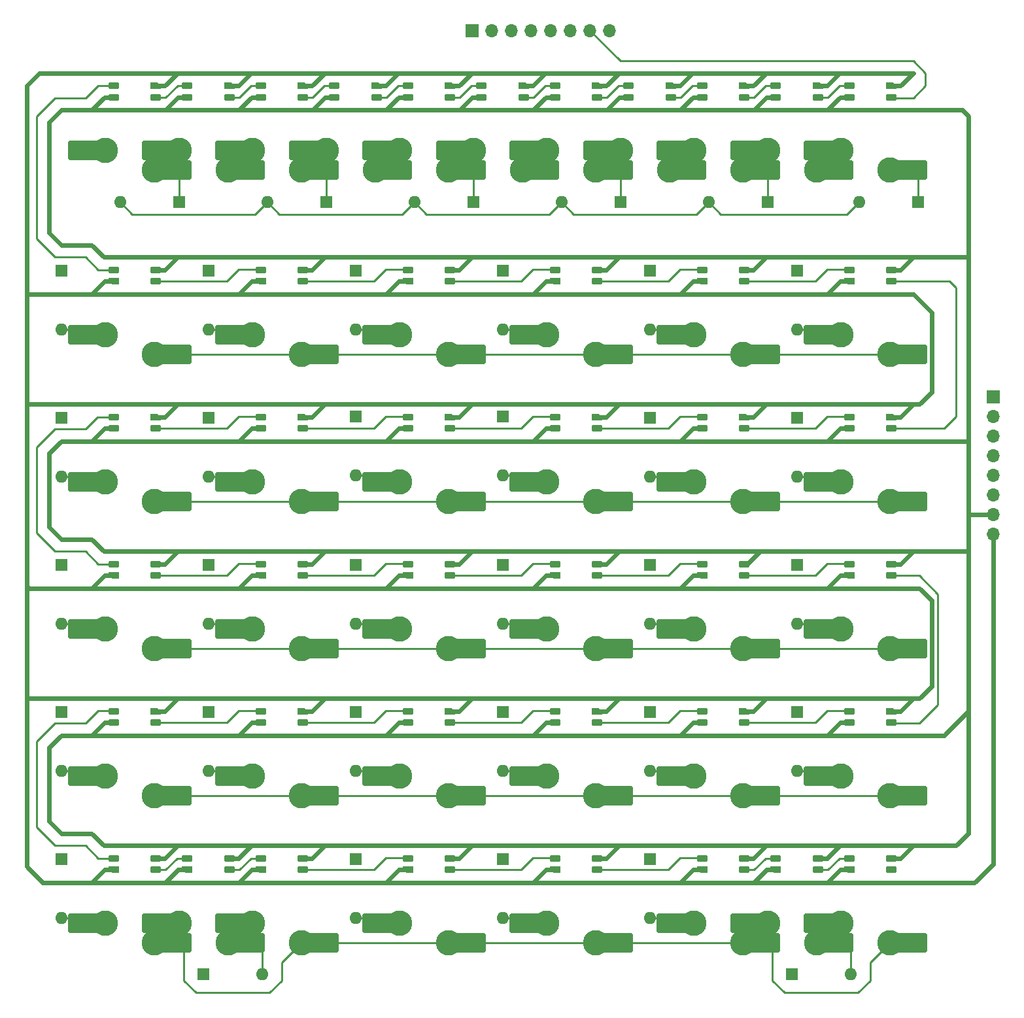
<source format=gbr>
%TF.GenerationSoftware,KiCad,Pcbnew,(6.0.9)*%
%TF.CreationDate,2022-11-26T17:52:30+01:00*%
%TF.ProjectId,tekskey,74656b73-6b65-4792-9e6b-696361645f70,rev?*%
%TF.SameCoordinates,Original*%
%TF.FileFunction,Copper,L1,Top*%
%TF.FilePolarity,Positive*%
%FSLAX46Y46*%
G04 Gerber Fmt 4.6, Leading zero omitted, Abs format (unit mm)*
G04 Created by KiCad (PCBNEW (6.0.9)) date 2022-11-26 17:52:30*
%MOMM*%
%LPD*%
G01*
G04 APERTURE LIST*
G04 Aperture macros list*
%AMRoundRect*
0 Rectangle with rounded corners*
0 $1 Rounding radius*
0 $2 $3 $4 $5 $6 $7 $8 $9 X,Y pos of 4 corners*
0 Add a 4 corners polygon primitive as box body*
4,1,4,$2,$3,$4,$5,$6,$7,$8,$9,$2,$3,0*
0 Add four circle primitives for the rounded corners*
1,1,$1+$1,$2,$3*
1,1,$1+$1,$4,$5*
1,1,$1+$1,$6,$7*
1,1,$1+$1,$8,$9*
0 Add four rect primitives between the rounded corners*
20,1,$1+$1,$2,$3,$4,$5,0*
20,1,$1+$1,$4,$5,$6,$7,0*
20,1,$1+$1,$6,$7,$8,$9,0*
20,1,$1+$1,$8,$9,$2,$3,0*%
%AMFreePoly0*
4,1,18,-0.410000,0.265000,0.000000,0.675000,0.328000,0.675000,0.359380,0.668758,0.385983,0.650983,0.403758,0.624380,0.410000,0.593000,0.410000,-0.593000,0.403758,-0.624380,0.385983,-0.650983,0.359380,-0.668758,0.328000,-0.675000,-0.328000,-0.675000,-0.359380,-0.668758,-0.385983,-0.650983,-0.403758,-0.624380,-0.410000,-0.593000,-0.410000,0.265000,-0.410000,0.265000,$1*%
G04 Aperture macros list end*
%TA.AperFunction,ComponentPad*%
%ADD10O,1.600000X1.600000*%
%TD*%
%TA.AperFunction,ComponentPad*%
%ADD11R,1.600000X1.600000*%
%TD*%
%TA.AperFunction,SMDPad,CuDef*%
%ADD12RoundRect,0.082000X0.593000X-0.328000X0.593000X0.328000X-0.593000X0.328000X-0.593000X-0.328000X0*%
%TD*%
%TA.AperFunction,SMDPad,CuDef*%
%ADD13FreePoly0,90.000000*%
%TD*%
%TA.AperFunction,ComponentPad*%
%ADD14C,3.300000*%
%TD*%
%TA.AperFunction,SMDPad,CuDef*%
%ADD15R,1.650000X2.500000*%
%TD*%
%TA.AperFunction,SMDPad,CuDef*%
%ADD16RoundRect,0.250000X1.025000X1.000000X-1.025000X1.000000X-1.025000X-1.000000X1.025000X-1.000000X0*%
%TD*%
%TA.AperFunction,SMDPad,CuDef*%
%ADD17RoundRect,0.082000X-0.593000X0.328000X-0.593000X-0.328000X0.593000X-0.328000X0.593000X0.328000X0*%
%TD*%
%TA.AperFunction,SMDPad,CuDef*%
%ADD18FreePoly0,270.000000*%
%TD*%
%TA.AperFunction,ComponentPad*%
%ADD19R,1.700000X1.700000*%
%TD*%
%TA.AperFunction,ComponentPad*%
%ADD20O,1.700000X1.700000*%
%TD*%
%TA.AperFunction,Conductor*%
%ADD21C,0.600000*%
%TD*%
%TA.AperFunction,Conductor*%
%ADD22C,0.250000*%
%TD*%
%TA.AperFunction,Conductor*%
%ADD23C,1.000000*%
%TD*%
%TA.AperFunction,Conductor*%
%ADD24C,2.000000*%
%TD*%
G04 APERTURE END LIST*
D10*
%TO.P,D31,2,A*%
%TO.N,row0*%
X45720000Y-47625000D03*
D11*
%TO.P,D31,1,K*%
%TO.N,Net-(D31-Pad1)*%
X53340000Y-47625000D03*
%TD*%
D12*
%TO.P,LED10,1,VDD*%
%TO.N,+5V*%
X50350000Y-56400000D03*
%TO.P,LED10,2,DOUT*%
%TO.N,Net-(LED10-Pad2)*%
X50350000Y-57900000D03*
%TO.P,LED10,3,DIN*%
%TO.N,Net-(LED0-Pad2)*%
X44900000Y-56400000D03*
D13*
%TO.P,LED10,4,VSS*%
%TO.N,GND*%
X44900000Y-57900000D03*
%TD*%
D14*
%TO.P,SW10,1,1*%
%TO.N,Net-(D1-Pad2)*%
X43815000Y-64770000D03*
D15*
X41990000Y-64770000D03*
D16*
X40265000Y-64770000D03*
D14*
%TO.P,SW10,2,2*%
%TO.N,row1*%
X50165000Y-67310000D03*
D16*
X53715000Y-67310000D03*
D15*
X51965000Y-67310000D03*
%TD*%
D11*
%TO.P,D1,1,K*%
%TO.N,col0*%
X38100000Y-56515000D03*
D10*
%TO.P,D1,2,A*%
%TO.N,Net-(D1-Pad2)*%
X38100000Y-64135000D03*
%TD*%
D14*
%TO.P,SW51B1,1,1*%
%TO.N,row5*%
X53340000Y-140970000D03*
D15*
X51515000Y-140970000D03*
D16*
X49790000Y-140970000D03*
D14*
%TO.P,SW51B1,2,2*%
%TO.N,Net-(D26-Pad2)*%
X59690000Y-143510000D03*
D15*
X61490000Y-143510000D03*
D16*
X63240000Y-143510000D03*
%TD*%
D12*
%TO.P,LED54,1,VDD*%
%TO.N,+5V*%
X126550000Y-132600000D03*
%TO.P,LED54,2,DOUT*%
%TO.N,Net-(LED7-Pad3)*%
X126550000Y-134100000D03*
%TO.P,LED54,3,DIN*%
%TO.N,Net-(LED53-Pad2)*%
X121100000Y-132600000D03*
D13*
%TO.P,LED54,4,VSS*%
%TO.N,GND*%
X121100000Y-134100000D03*
%TD*%
D11*
%TO.P,D22,1,K*%
%TO.N,col3*%
X95250000Y-113665000D03*
D10*
%TO.P,D22,2,A*%
%TO.N,Net-(D22-Pad2)*%
X95250000Y-121285000D03*
%TD*%
D11*
%TO.P,D32,1,K*%
%TO.N,Net-(D32-Pad1)*%
X72390000Y-47625000D03*
D10*
%TO.P,D32,2,A*%
%TO.N,row0*%
X64770000Y-47625000D03*
%TD*%
D12*
%TO.P,LED32,1,VDD*%
%TO.N,+5V*%
X88450000Y-94500000D03*
%TO.P,LED32,2,DOUT*%
%TO.N,Net-(LED32-Pad2)*%
X88450000Y-96000000D03*
%TO.P,LED32,3,DIN*%
%TO.N,Net-(LED31-Pad2)*%
X83000000Y-94500000D03*
D13*
%TO.P,LED32,4,VSS*%
%TO.N,GND*%
X83000000Y-96000000D03*
%TD*%
D17*
%TO.P,LED1B1,1,VDD*%
%TO.N,+5V*%
X73475000Y-34087500D03*
%TO.P,LED1B1,2,DOUT*%
%TO.N,Net-(LED1-Pad3)*%
X73475000Y-32587500D03*
%TO.P,LED1B1,3,DIN*%
%TO.N,Net-(LED1B1-Pad3)*%
X78925000Y-34087500D03*
D18*
%TO.P,LED1B1,4,VSS*%
%TO.N,GND*%
X78925000Y-32587500D03*
%TD*%
D12*
%TO.P,LED34,1,VDD*%
%TO.N,+5V*%
X126550000Y-94500000D03*
%TO.P,LED34,2,DOUT*%
%TO.N,Net-(LED34-Pad2)*%
X126550000Y-96000000D03*
%TO.P,LED34,3,DIN*%
%TO.N,Net-(LED33-Pad2)*%
X121100000Y-94500000D03*
D13*
%TO.P,LED34,4,VSS*%
%TO.N,GND*%
X121100000Y-96000000D03*
%TD*%
D11*
%TO.P,D23,1,K*%
%TO.N,col4*%
X114300000Y-113665000D03*
D10*
%TO.P,D23,2,A*%
%TO.N,Net-(D23-Pad2)*%
X114300000Y-121285000D03*
%TD*%
D12*
%TO.P,LED13,1,VDD*%
%TO.N,+5V*%
X107500000Y-56400000D03*
%TO.P,LED13,2,DOUT*%
%TO.N,Net-(LED13-Pad2)*%
X107500000Y-57900000D03*
%TO.P,LED13,3,DIN*%
%TO.N,Net-(LED12-Pad2)*%
X102050000Y-56400000D03*
D13*
%TO.P,LED13,4,VSS*%
%TO.N,GND*%
X102050000Y-57900000D03*
%TD*%
D16*
%TO.P,SW45,1,1*%
%TO.N,Net-(D24-Pad2)*%
X135515000Y-121920000D03*
D14*
X139065000Y-121920000D03*
D15*
X137240000Y-121920000D03*
%TO.P,SW45,2,2*%
%TO.N,row4*%
X147215000Y-124460000D03*
D14*
X145415000Y-124460000D03*
D16*
X148965000Y-124460000D03*
%TD*%
D15*
%TO.P,SW33,1,1*%
%TO.N,Net-(D16-Pad2)*%
X99140000Y-102870000D03*
D16*
X97415000Y-102870000D03*
D14*
X100965000Y-102870000D03*
%TO.P,SW33,2,2*%
%TO.N,row3*%
X107315000Y-105410000D03*
D15*
X109115000Y-105410000D03*
D16*
X110865000Y-105410000D03*
%TD*%
D15*
%TO.P,SW15,1,1*%
%TO.N,Net-(D6-Pad2)*%
X137240000Y-64770000D03*
D16*
X135515000Y-64770000D03*
D14*
X139065000Y-64770000D03*
%TO.P,SW15,2,2*%
%TO.N,row1*%
X145415000Y-67310000D03*
D15*
X147215000Y-67310000D03*
D16*
X148965000Y-67310000D03*
%TD*%
D12*
%TO.P,LED55,1,VDD*%
%TO.N,+5V*%
X145600000Y-132600000D03*
%TO.P,LED55,2,DOUT*%
%TO.N,unconnected-(LED55-Pad2)*%
X145600000Y-134100000D03*
%TO.P,LED55,3,DIN*%
%TO.N,Net-(LED55-Pad3)*%
X140150000Y-132600000D03*
D13*
%TO.P,LED55,4,VSS*%
%TO.N,GND*%
X140150000Y-134100000D03*
%TD*%
D14*
%TO.P,SW13,1,1*%
%TO.N,Net-(D4-Pad2)*%
X100965000Y-64770000D03*
D15*
X99140000Y-64770000D03*
D16*
X97415000Y-64770000D03*
D14*
%TO.P,SW13,2,2*%
%TO.N,row1*%
X107315000Y-67310000D03*
D16*
X110865000Y-67310000D03*
D15*
X109115000Y-67310000D03*
%TD*%
D11*
%TO.P,D16,1,K*%
%TO.N,col3*%
X95250000Y-94615000D03*
D10*
%TO.P,D16,2,A*%
%TO.N,Net-(D16-Pad2)*%
X95250000Y-102235000D03*
%TD*%
D16*
%TO.P,SW31,1,1*%
%TO.N,Net-(D15-Pad2)*%
X59315000Y-102870000D03*
D15*
X61040000Y-102870000D03*
D14*
X62865000Y-102870000D03*
%TO.P,SW31,2,2*%
%TO.N,row3*%
X69215000Y-105410000D03*
D16*
X72765000Y-105410000D03*
D15*
X71015000Y-105410000D03*
%TD*%
D11*
%TO.P,D19,1,K*%
%TO.N,col0*%
X38100000Y-113665000D03*
D10*
%TO.P,D19,2,A*%
%TO.N,Net-(D19-Pad2)*%
X38100000Y-121285000D03*
%TD*%
D16*
%TO.P,SW51,1,1*%
%TO.N,Net-(D26-Pad2)*%
X59315000Y-140970000D03*
D14*
X62865000Y-140970000D03*
D15*
X61040000Y-140970000D03*
D16*
%TO.P,SW51,2,2*%
%TO.N,row5*%
X72765000Y-143510000D03*
D14*
X69215000Y-143510000D03*
D15*
X71015000Y-143510000D03*
%TD*%
%TO.P,SW11,1,1*%
%TO.N,Net-(D2-Pad2)*%
X61040000Y-64770000D03*
D14*
X62865000Y-64770000D03*
D16*
X59315000Y-64770000D03*
D15*
%TO.P,SW11,2,2*%
%TO.N,row1*%
X71015000Y-67310000D03*
D14*
X69215000Y-67310000D03*
D16*
X72765000Y-67310000D03*
%TD*%
%TO.P,SW3,1,1*%
%TO.N,col3*%
X97415000Y-40957500D03*
D15*
X99140000Y-40957500D03*
D14*
X100965000Y-40957500D03*
D15*
%TO.P,SW3,2,2*%
%TO.N,Net-(D34-Pad1)*%
X109115000Y-43497500D03*
D14*
X107315000Y-43497500D03*
D16*
X110865000Y-43497500D03*
%TD*%
D12*
%TO.P,LED53,1,VDD*%
%TO.N,+5V*%
X107500000Y-132600000D03*
%TO.P,LED53,2,DOUT*%
%TO.N,Net-(LED53-Pad2)*%
X107500000Y-134100000D03*
%TO.P,LED53,3,DIN*%
%TO.N,Net-(LED52-Pad2)*%
X102050000Y-132600000D03*
D13*
%TO.P,LED53,4,VSS*%
%TO.N,GND*%
X102050000Y-134100000D03*
%TD*%
D15*
%TO.P,SW0,1,1*%
%TO.N,col0*%
X41990000Y-40957500D03*
D14*
X43815000Y-40957500D03*
D16*
X40265000Y-40957500D03*
D15*
%TO.P,SW0,2,2*%
%TO.N,Net-(D31-Pad1)*%
X51965000Y-43497500D03*
D16*
X53715000Y-43497500D03*
D14*
X50165000Y-43497500D03*
%TD*%
D11*
%TO.P,D20,1,K*%
%TO.N,col1*%
X57150000Y-113665000D03*
D10*
%TO.P,D20,2,A*%
%TO.N,Net-(D20-Pad2)*%
X57150000Y-121285000D03*
%TD*%
D11*
%TO.P,D25,1,K*%
%TO.N,col0*%
X38100000Y-132715000D03*
D10*
%TO.P,D25,2,A*%
%TO.N,Net-(D25-Pad2)*%
X38100000Y-140335000D03*
%TD*%
D17*
%TO.P,LED4,1,VDD*%
%TO.N,+5V*%
X121100000Y-34087500D03*
%TO.P,LED4,2,DOUT*%
%TO.N,Net-(LED3B1-Pad3)*%
X121100000Y-32587500D03*
%TO.P,LED4,3,DIN*%
%TO.N,Net-(LED4-Pad3)*%
X126550000Y-34087500D03*
D18*
%TO.P,LED4,4,VSS*%
%TO.N,GND*%
X126550000Y-32587500D03*
%TD*%
D11*
%TO.P,D36,1,K*%
%TO.N,Net-(D36-Pad1)*%
X149066250Y-47625000D03*
D10*
%TO.P,D36,2,A*%
%TO.N,row0*%
X141446250Y-47625000D03*
%TD*%
D17*
%TO.P,LED2,1,VDD*%
%TO.N,+5V*%
X83000000Y-34087500D03*
%TO.P,LED2,2,DOUT*%
%TO.N,Net-(LED1B1-Pad3)*%
X83000000Y-32587500D03*
%TO.P,LED2,3,DIN*%
%TO.N,Net-(LED2-Pad3)*%
X88450000Y-34087500D03*
D18*
%TO.P,LED2,4,VSS*%
%TO.N,GND*%
X88450000Y-32587500D03*
%TD*%
D14*
%TO.P,SW52,1,1*%
%TO.N,Net-(D27-Pad2)*%
X81915000Y-140970000D03*
D15*
X80090000Y-140970000D03*
D16*
X78365000Y-140970000D03*
D15*
%TO.P,SW52,2,2*%
%TO.N,row5*%
X90065000Y-143510000D03*
D16*
X91815000Y-143510000D03*
D14*
X88265000Y-143510000D03*
%TD*%
D19*
%TO.P,J2,1,Pin_1*%
%TO.N,col0*%
X91281250Y-25400000D03*
D20*
%TO.P,J2,2,Pin_2*%
%TO.N,col1*%
X93821250Y-25400000D03*
%TO.P,J2,3,Pin_3*%
%TO.N,col2*%
X96361250Y-25400000D03*
%TO.P,J2,4,Pin_4*%
%TO.N,col3*%
X98901250Y-25400000D03*
%TO.P,J2,5,Pin_5*%
%TO.N,col4*%
X101441250Y-25400000D03*
%TO.P,J2,6,Pin_6*%
%TO.N,col5*%
X103981250Y-25400000D03*
%TO.P,J2,7,Pin_7*%
%TO.N,LEDIN*%
X106521250Y-25400000D03*
%TO.P,J2,8,Pin_8*%
%TO.N,unconnected-(J2-Pad8)*%
X109061250Y-25400000D03*
%TD*%
D16*
%TO.P,SW34,1,1*%
%TO.N,Net-(D17-Pad2)*%
X116465000Y-102870000D03*
D14*
X120015000Y-102870000D03*
D15*
X118190000Y-102870000D03*
D14*
%TO.P,SW34,2,2*%
%TO.N,row3*%
X126365000Y-105410000D03*
D16*
X129915000Y-105410000D03*
D15*
X128165000Y-105410000D03*
%TD*%
%TO.P,SW50,1,1*%
%TO.N,Net-(D25-Pad2)*%
X41990000Y-140970000D03*
D16*
X40265000Y-140970000D03*
D14*
X43815000Y-140970000D03*
D16*
%TO.P,SW50,2,2*%
%TO.N,row5*%
X53715000Y-143510000D03*
D14*
X50165000Y-143510000D03*
D15*
X51965000Y-143510000D03*
%TD*%
D14*
%TO.P,SW21,1,1*%
%TO.N,Net-(D8-Pad2)*%
X62865000Y-83820000D03*
D16*
X59315000Y-83820000D03*
D15*
X61040000Y-83820000D03*
D16*
%TO.P,SW21,2,2*%
%TO.N,row2*%
X72765000Y-86360000D03*
D14*
X69215000Y-86360000D03*
D15*
X71015000Y-86360000D03*
%TD*%
D11*
%TO.P,D13,1,K*%
%TO.N,col2*%
X76200000Y-94615000D03*
D10*
%TO.P,D13,2,A*%
%TO.N,Net-(D13-Pad2)*%
X76200000Y-102235000D03*
%TD*%
D11*
%TO.P,D9,1,K*%
%TO.N,col2*%
X76200000Y-75406250D03*
D10*
%TO.P,D9,2,A*%
%TO.N,Net-(D9-Pad2)*%
X76200000Y-83026250D03*
%TD*%
D15*
%TO.P,SW32,1,1*%
%TO.N,Net-(D13-Pad2)*%
X80090000Y-102870000D03*
D14*
X81915000Y-102870000D03*
D16*
X78365000Y-102870000D03*
%TO.P,SW32,2,2*%
%TO.N,row3*%
X91815000Y-105410000D03*
D14*
X88265000Y-105410000D03*
D15*
X90065000Y-105410000D03*
%TD*%
D16*
%TO.P,SW2,1,1*%
%TO.N,col2*%
X78365000Y-40957500D03*
D15*
X80090000Y-40957500D03*
D14*
X81915000Y-40957500D03*
%TO.P,SW2,2,2*%
%TO.N,Net-(D33-Pad1)*%
X88265000Y-43497500D03*
D16*
X91815000Y-43497500D03*
D15*
X90065000Y-43497500D03*
%TD*%
D12*
%TO.P,LED12,1,VDD*%
%TO.N,+5V*%
X88450000Y-56400000D03*
%TO.P,LED12,2,DOUT*%
%TO.N,Net-(LED12-Pad2)*%
X88450000Y-57900000D03*
%TO.P,LED12,3,DIN*%
%TO.N,Net-(LED11-Pad2)*%
X83000000Y-56400000D03*
D13*
%TO.P,LED12,4,VSS*%
%TO.N,GND*%
X83000000Y-57900000D03*
%TD*%
D12*
%TO.P,LED11,1,VDD*%
%TO.N,+5V*%
X69400000Y-56400000D03*
%TO.P,LED11,2,DOUT*%
%TO.N,Net-(LED11-Pad2)*%
X69400000Y-57900000D03*
%TO.P,LED11,3,DIN*%
%TO.N,Net-(LED10-Pad2)*%
X63950000Y-56400000D03*
D13*
%TO.P,LED11,4,VSS*%
%TO.N,GND*%
X63950000Y-57900000D03*
%TD*%
D12*
%TO.P,LED6,1,VDD*%
%TO.N,+5V*%
X59875000Y-132600000D03*
%TO.P,LED6,2,DOUT*%
%TO.N,Net-(LED6-Pad2)*%
X59875000Y-134100000D03*
%TO.P,LED6,3,DIN*%
%TO.N,Net-(LED6-Pad3)*%
X54425000Y-132600000D03*
D13*
%TO.P,LED6,4,VSS*%
%TO.N,GND*%
X54425000Y-134100000D03*
%TD*%
D17*
%TO.P,LED0,1,VDD*%
%TO.N,+5V*%
X44900000Y-34087500D03*
%TO.P,LED0,2,DOUT*%
%TO.N,Net-(LED0-Pad2)*%
X44900000Y-32587500D03*
%TO.P,LED0,3,DIN*%
%TO.N,Net-(LED0-Pad3)*%
X50350000Y-34087500D03*
D18*
%TO.P,LED0,4,VSS*%
%TO.N,GND*%
X50350000Y-32587500D03*
%TD*%
D15*
%TO.P,SW54,1,1*%
%TO.N,Net-(D29-Pad2)*%
X118190000Y-140970000D03*
D14*
X120015000Y-140970000D03*
D16*
X116465000Y-140970000D03*
%TO.P,SW54,2,2*%
%TO.N,row5*%
X129915000Y-143510000D03*
D14*
X126365000Y-143510000D03*
D15*
X128165000Y-143510000D03*
%TD*%
D17*
%TO.P,LED41,1,VDD*%
%TO.N,+5V*%
X63950000Y-115050000D03*
%TO.P,LED41,2,DOUT*%
%TO.N,Net-(LED40-Pad3)*%
X63950000Y-113550000D03*
%TO.P,LED41,3,DIN*%
%TO.N,Net-(LED41-Pad3)*%
X69400000Y-115050000D03*
D18*
%TO.P,LED41,4,VSS*%
%TO.N,GND*%
X69400000Y-113550000D03*
%TD*%
D17*
%TO.P,LED24,1,VDD*%
%TO.N,+5V*%
X121100000Y-76950000D03*
%TO.P,LED24,2,DOUT*%
%TO.N,Net-(LED23-Pad3)*%
X121100000Y-75450000D03*
%TO.P,LED24,3,DIN*%
%TO.N,Net-(LED24-Pad3)*%
X126550000Y-76950000D03*
D18*
%TO.P,LED24,4,VSS*%
%TO.N,GND*%
X126550000Y-75450000D03*
%TD*%
D15*
%TO.P,SW3B1,1,1*%
%TO.N,Net-(D33-Pad1)*%
X89615000Y-40957500D03*
D16*
X87890000Y-40957500D03*
D14*
X91440000Y-40957500D03*
%TO.P,SW3B1,2,2*%
%TO.N,col3*%
X97790000Y-43497500D03*
D16*
X101340000Y-43497500D03*
D15*
X99590000Y-43497500D03*
%TD*%
D14*
%TO.P,SW2B1,1,1*%
%TO.N,Net-(D32-Pad1)*%
X72390000Y-40957500D03*
D16*
X68840000Y-40957500D03*
D15*
X70565000Y-40957500D03*
D16*
%TO.P,SW2B1,2,2*%
%TO.N,col2*%
X82290000Y-43497500D03*
D14*
X78740000Y-43497500D03*
D15*
X80540000Y-43497500D03*
%TD*%
D11*
%TO.P,D7,1,K*%
%TO.N,col0*%
X38100000Y-75565000D03*
D10*
%TO.P,D7,2,A*%
%TO.N,Net-(D7-Pad2)*%
X38100000Y-83185000D03*
%TD*%
D16*
%TO.P,SW41,1,1*%
%TO.N,Net-(D20-Pad2)*%
X59315000Y-121920000D03*
D14*
X62865000Y-121920000D03*
D15*
X61040000Y-121920000D03*
D16*
%TO.P,SW41,2,2*%
%TO.N,row4*%
X72765000Y-124460000D03*
D15*
X71015000Y-124460000D03*
D14*
X69215000Y-124460000D03*
%TD*%
D11*
%TO.P,D26,1,K*%
%TO.N,col1*%
X56515000Y-147637500D03*
D10*
%TO.P,D26,2,A*%
%TO.N,Net-(D26-Pad2)*%
X64135000Y-147637500D03*
%TD*%
D11*
%TO.P,D17,1,K*%
%TO.N,col4*%
X114300000Y-94615000D03*
D10*
%TO.P,D17,2,A*%
%TO.N,Net-(D17-Pad2)*%
X114300000Y-102235000D03*
%TD*%
D16*
%TO.P,SW1,1,1*%
%TO.N,col1*%
X59315000Y-40957500D03*
D15*
X61040000Y-40957500D03*
D14*
X62865000Y-40957500D03*
%TO.P,SW1,2,2*%
%TO.N,Net-(D32-Pad1)*%
X69215000Y-43497500D03*
D16*
X72765000Y-43497500D03*
D15*
X71015000Y-43497500D03*
%TD*%
D11*
%TO.P,D28,1,K*%
%TO.N,col3*%
X95250000Y-132715000D03*
D10*
%TO.P,D28,2,A*%
%TO.N,Net-(D28-Pad2)*%
X95250000Y-140335000D03*
%TD*%
D11*
%TO.P,D35,1,K*%
%TO.N,Net-(D35-Pad1)*%
X129540000Y-47625000D03*
D10*
%TO.P,D35,2,A*%
%TO.N,row0*%
X121920000Y-47625000D03*
%TD*%
D11*
%TO.P,D4,1,K*%
%TO.N,col3*%
X95250000Y-56515000D03*
D10*
%TO.P,D4,2,A*%
%TO.N,Net-(D4-Pad2)*%
X95250000Y-64135000D03*
%TD*%
D14*
%TO.P,SW55B1,1,1*%
%TO.N,row5*%
X129540000Y-140970000D03*
D16*
X125990000Y-140970000D03*
D15*
X127715000Y-140970000D03*
D16*
%TO.P,SW55B1,2,2*%
%TO.N,Net-(SW55B1-Pad2)*%
X139440000Y-143510000D03*
D15*
X137690000Y-143510000D03*
D14*
X135890000Y-143510000D03*
%TD*%
D12*
%TO.P,LED31,1,VDD*%
%TO.N,+5V*%
X69400000Y-94500000D03*
%TO.P,LED31,2,DOUT*%
%TO.N,Net-(LED31-Pad2)*%
X69400000Y-96000000D03*
%TO.P,LED31,3,DIN*%
%TO.N,Net-(LED30-Pad2)*%
X63950000Y-94500000D03*
D13*
%TO.P,LED31,4,VSS*%
%TO.N,GND*%
X63950000Y-96000000D03*
%TD*%
D15*
%TO.P,SW25,1,1*%
%TO.N,Net-(D12-Pad2)*%
X137240000Y-83820000D03*
D16*
X135515000Y-83820000D03*
D14*
X139065000Y-83820000D03*
D15*
%TO.P,SW25,2,2*%
%TO.N,row2*%
X147215000Y-86360000D03*
D16*
X148965000Y-86360000D03*
D14*
X145415000Y-86360000D03*
%TD*%
D11*
%TO.P,D3,1,K*%
%TO.N,col2*%
X76200000Y-56515000D03*
D10*
%TO.P,D3,2,A*%
%TO.N,Net-(D3-Pad2)*%
X76200000Y-64135000D03*
%TD*%
D17*
%TO.P,LED1,1,VDD*%
%TO.N,+5V*%
X63950000Y-34087500D03*
%TO.P,LED1,2,DOUT*%
%TO.N,Net-(LED0B1-Pad3)*%
X63950000Y-32587500D03*
%TO.P,LED1,3,DIN*%
%TO.N,Net-(LED1-Pad3)*%
X69400000Y-34087500D03*
D18*
%TO.P,LED1,4,VSS*%
%TO.N,GND*%
X69400000Y-32587500D03*
%TD*%
D11*
%TO.P,D6,1,K*%
%TO.N,col5*%
X133350000Y-56515000D03*
D10*
%TO.P,D6,2,A*%
%TO.N,Net-(D6-Pad2)*%
X133350000Y-64135000D03*
%TD*%
D11*
%TO.P,D18,1,K*%
%TO.N,col5*%
X133350000Y-94615000D03*
D10*
%TO.P,D18,2,A*%
%TO.N,Net-(D18-Pad2)*%
X133350000Y-102235000D03*
%TD*%
D17*
%TO.P,LED21,1,VDD*%
%TO.N,+5V*%
X63950000Y-76950000D03*
%TO.P,LED21,2,DOUT*%
%TO.N,Net-(LED20-Pad3)*%
X63950000Y-75450000D03*
%TO.P,LED21,3,DIN*%
%TO.N,Net-(LED21-Pad3)*%
X69400000Y-76950000D03*
D18*
%TO.P,LED21,4,VSS*%
%TO.N,GND*%
X69400000Y-75450000D03*
%TD*%
D11*
%TO.P,D34,1,K*%
%TO.N,Net-(D34-Pad1)*%
X110490000Y-47625000D03*
D10*
%TO.P,D34,2,A*%
%TO.N,row0*%
X102870000Y-47625000D03*
%TD*%
D12*
%TO.P,LED51,1,VDD*%
%TO.N,+5V*%
X69400000Y-132600000D03*
%TO.P,LED51,2,DOUT*%
%TO.N,Net-(LED51-Pad2)*%
X69400000Y-134100000D03*
%TO.P,LED51,3,DIN*%
%TO.N,Net-(LED6-Pad2)*%
X63950000Y-132600000D03*
D13*
%TO.P,LED51,4,VSS*%
%TO.N,GND*%
X63950000Y-134100000D03*
%TD*%
D17*
%TO.P,LED25,1,VDD*%
%TO.N,+5V*%
X140150000Y-76950000D03*
%TO.P,LED25,2,DOUT*%
%TO.N,Net-(LED24-Pad3)*%
X140150000Y-75450000D03*
%TO.P,LED25,3,DIN*%
%TO.N,Net-(LED15-Pad2)*%
X145600000Y-76950000D03*
D18*
%TO.P,LED25,4,VSS*%
%TO.N,GND*%
X145600000Y-75450000D03*
%TD*%
D15*
%TO.P,SW4B1,1,1*%
%TO.N,Net-(D34-Pad1)*%
X108665000Y-40957500D03*
D14*
X110490000Y-40957500D03*
D16*
X106940000Y-40957500D03*
%TO.P,SW4B1,2,2*%
%TO.N,col4*%
X120390000Y-43497500D03*
D14*
X116840000Y-43497500D03*
D15*
X118640000Y-43497500D03*
%TD*%
D17*
%TO.P,LED23,1,VDD*%
%TO.N,+5V*%
X102050000Y-76950000D03*
%TO.P,LED23,2,DOUT*%
%TO.N,Net-(LED22-Pad3)*%
X102050000Y-75450000D03*
%TO.P,LED23,3,DIN*%
%TO.N,Net-(LED23-Pad3)*%
X107500000Y-76950000D03*
D18*
%TO.P,LED23,4,VSS*%
%TO.N,GND*%
X107500000Y-75450000D03*
%TD*%
D16*
%TO.P,SW5,1,1*%
%TO.N,col5*%
X135515000Y-40957500D03*
D14*
X139065000Y-40957500D03*
D15*
X137240000Y-40957500D03*
D16*
%TO.P,SW5,2,2*%
%TO.N,Net-(D36-Pad1)*%
X148965000Y-43497500D03*
D14*
X145415000Y-43497500D03*
D15*
X147215000Y-43497500D03*
%TD*%
D17*
%TO.P,LED40,1,VDD*%
%TO.N,+5V*%
X44900000Y-115050000D03*
%TO.P,LED40,2,DOUT*%
%TO.N,Net-(LED40-Pad2)*%
X44900000Y-113550000D03*
%TO.P,LED40,3,DIN*%
%TO.N,Net-(LED40-Pad3)*%
X50350000Y-115050000D03*
D18*
%TO.P,LED40,4,VSS*%
%TO.N,GND*%
X50350000Y-113550000D03*
%TD*%
D11*
%TO.P,D2,1,K*%
%TO.N,col1*%
X57150000Y-56515000D03*
D10*
%TO.P,D2,2,A*%
%TO.N,Net-(D2-Pad2)*%
X57150000Y-64135000D03*
%TD*%
D11*
%TO.P,D30,1,K*%
%TO.N,col5*%
X132715000Y-147637500D03*
D10*
%TO.P,D30,2,A*%
%TO.N,Net-(SW55B1-Pad2)*%
X140335000Y-147637500D03*
%TD*%
D12*
%TO.P,LED7,1,VDD*%
%TO.N,+5V*%
X136075000Y-132600000D03*
%TO.P,LED7,2,DOUT*%
%TO.N,Net-(LED55-Pad3)*%
X136075000Y-134100000D03*
%TO.P,LED7,3,DIN*%
%TO.N,Net-(LED7-Pad3)*%
X130625000Y-132600000D03*
D13*
%TO.P,LED7,4,VSS*%
%TO.N,GND*%
X130625000Y-134100000D03*
%TD*%
D16*
%TO.P,SW20,1,1*%
%TO.N,Net-(D7-Pad2)*%
X40265000Y-83820000D03*
D14*
X43815000Y-83820000D03*
D15*
X41990000Y-83820000D03*
D14*
%TO.P,SW20,2,2*%
%TO.N,row2*%
X50165000Y-86360000D03*
D16*
X53715000Y-86360000D03*
D15*
X51965000Y-86360000D03*
%TD*%
D17*
%TO.P,LED3B1,1,VDD*%
%TO.N,+5V*%
X111575000Y-34087500D03*
%TO.P,LED3B1,2,DOUT*%
%TO.N,Net-(LED3-Pad3)*%
X111575000Y-32587500D03*
%TO.P,LED3B1,3,DIN*%
%TO.N,Net-(LED3B1-Pad3)*%
X117025000Y-34087500D03*
D18*
%TO.P,LED3B1,4,VSS*%
%TO.N,GND*%
X117025000Y-32587500D03*
%TD*%
D11*
%TO.P,D29,1,K*%
%TO.N,col4*%
X114300000Y-132715000D03*
D10*
%TO.P,D29,2,A*%
%TO.N,Net-(D29-Pad2)*%
X114300000Y-140335000D03*
%TD*%
D15*
%TO.P,SW1B1,1,1*%
%TO.N,Net-(D31-Pad1)*%
X51515000Y-40957500D03*
D14*
X53340000Y-40957500D03*
D16*
X49790000Y-40957500D03*
%TO.P,SW1B1,2,2*%
%TO.N,col1*%
X63240000Y-43497500D03*
D14*
X59690000Y-43497500D03*
D15*
X61490000Y-43497500D03*
%TD*%
D17*
%TO.P,LED5,1,VDD*%
%TO.N,+5V*%
X140150000Y-34087500D03*
%TO.P,LED5,2,DOUT*%
%TO.N,Net-(LED4B1-Pad3)*%
X140150000Y-32587500D03*
%TO.P,LED5,3,DIN*%
%TO.N,LEDIN*%
X145600000Y-34087500D03*
D18*
%TO.P,LED5,4,VSS*%
%TO.N,GND*%
X145600000Y-32587500D03*
%TD*%
D14*
%TO.P,SW4,1,1*%
%TO.N,col4*%
X120015000Y-40957500D03*
D16*
X116465000Y-40957500D03*
D15*
X118190000Y-40957500D03*
D14*
%TO.P,SW4,2,2*%
%TO.N,Net-(D35-Pad1)*%
X126365000Y-43497500D03*
D15*
X128165000Y-43497500D03*
D16*
X129915000Y-43497500D03*
%TD*%
D11*
%TO.P,D33,1,K*%
%TO.N,Net-(D33-Pad1)*%
X91440000Y-47625000D03*
D10*
%TO.P,D33,2,A*%
%TO.N,row0*%
X83820000Y-47625000D03*
%TD*%
D17*
%TO.P,LED0B1,1,VDD*%
%TO.N,+5V*%
X54425000Y-34087500D03*
%TO.P,LED0B1,2,DOUT*%
%TO.N,Net-(LED0-Pad3)*%
X54425000Y-32587500D03*
%TO.P,LED0B1,3,DIN*%
%TO.N,Net-(LED0B1-Pad3)*%
X59875000Y-34087500D03*
D18*
%TO.P,LED0B1,4,VSS*%
%TO.N,GND*%
X59875000Y-32587500D03*
%TD*%
D17*
%TO.P,LED3,1,VDD*%
%TO.N,+5V*%
X102050000Y-34087500D03*
%TO.P,LED3,2,DOUT*%
%TO.N,Net-(LED2B1-Pad3)*%
X102050000Y-32587500D03*
%TO.P,LED3,3,DIN*%
%TO.N,Net-(LED3-Pad3)*%
X107500000Y-34087500D03*
D18*
%TO.P,LED3,4,VSS*%
%TO.N,GND*%
X107500000Y-32587500D03*
%TD*%
D16*
%TO.P,SW5B1,1,1*%
%TO.N,Net-(D35-Pad1)*%
X125990000Y-40957500D03*
D15*
X127715000Y-40957500D03*
D14*
X129540000Y-40957500D03*
D15*
%TO.P,SW5B1,2,2*%
%TO.N,col5*%
X137690000Y-43497500D03*
D14*
X135890000Y-43497500D03*
D16*
X139440000Y-43497500D03*
%TD*%
%TO.P,SW30,1,1*%
%TO.N,Net-(D14-Pad2)*%
X40265000Y-102870000D03*
D15*
X41990000Y-102870000D03*
D14*
X43815000Y-102870000D03*
D16*
%TO.P,SW30,2,2*%
%TO.N,row3*%
X53715000Y-105410000D03*
D15*
X51965000Y-105410000D03*
D14*
X50165000Y-105410000D03*
%TD*%
D11*
%TO.P,D27,1,K*%
%TO.N,col2*%
X76200000Y-132715000D03*
D10*
%TO.P,D27,2,A*%
%TO.N,Net-(D27-Pad2)*%
X76200000Y-140335000D03*
%TD*%
D17*
%TO.P,LED42,1,VDD*%
%TO.N,+5V*%
X83000000Y-115050000D03*
%TO.P,LED42,2,DOUT*%
%TO.N,Net-(LED41-Pad3)*%
X83000000Y-113550000D03*
%TO.P,LED42,3,DIN*%
%TO.N,Net-(LED42-Pad3)*%
X88450000Y-115050000D03*
D18*
%TO.P,LED42,4,VSS*%
%TO.N,GND*%
X88450000Y-113550000D03*
%TD*%
D12*
%TO.P,LED52,1,VDD*%
%TO.N,+5V*%
X88450000Y-132600000D03*
%TO.P,LED52,2,DOUT*%
%TO.N,Net-(LED52-Pad2)*%
X88450000Y-134100000D03*
%TO.P,LED52,3,DIN*%
%TO.N,Net-(LED51-Pad2)*%
X83000000Y-132600000D03*
D13*
%TO.P,LED52,4,VSS*%
%TO.N,GND*%
X83000000Y-134100000D03*
%TD*%
D17*
%TO.P,LED2B1,1,VDD*%
%TO.N,+5V*%
X92525000Y-34087500D03*
%TO.P,LED2B1,2,DOUT*%
%TO.N,Net-(LED2-Pad3)*%
X92525000Y-32587500D03*
%TO.P,LED2B1,3,DIN*%
%TO.N,Net-(LED2B1-Pad3)*%
X97975000Y-34087500D03*
D18*
%TO.P,LED2B1,4,VSS*%
%TO.N,GND*%
X97975000Y-32587500D03*
%TD*%
D14*
%TO.P,SW42,1,1*%
%TO.N,Net-(D21-Pad2)*%
X81915000Y-121920000D03*
D16*
X78365000Y-121920000D03*
D15*
X80090000Y-121920000D03*
%TO.P,SW42,2,2*%
%TO.N,row4*%
X90065000Y-124460000D03*
D14*
X88265000Y-124460000D03*
D16*
X91815000Y-124460000D03*
%TD*%
D12*
%TO.P,LED33,1,VDD*%
%TO.N,+5V*%
X107500000Y-94500000D03*
%TO.P,LED33,2,DOUT*%
%TO.N,Net-(LED33-Pad2)*%
X107500000Y-96000000D03*
%TO.P,LED33,3,DIN*%
%TO.N,Net-(LED32-Pad2)*%
X102050000Y-94500000D03*
D13*
%TO.P,LED33,4,VSS*%
%TO.N,GND*%
X102050000Y-96000000D03*
%TD*%
D14*
%TO.P,SW55,1,1*%
%TO.N,Net-(SW55B1-Pad2)*%
X139065000Y-140970000D03*
D15*
X137240000Y-140970000D03*
D16*
X135515000Y-140970000D03*
D15*
%TO.P,SW55,2,2*%
%TO.N,row5*%
X147215000Y-143510000D03*
D16*
X148965000Y-143510000D03*
D14*
X145415000Y-143510000D03*
%TD*%
D15*
%TO.P,SW24,1,1*%
%TO.N,Net-(D11-Pad2)*%
X118190000Y-83820000D03*
D14*
X120015000Y-83820000D03*
D16*
X116465000Y-83820000D03*
%TO.P,SW24,2,2*%
%TO.N,row2*%
X129915000Y-86360000D03*
D14*
X126365000Y-86360000D03*
D15*
X128165000Y-86360000D03*
%TD*%
D16*
%TO.P,SW40,1,1*%
%TO.N,Net-(D19-Pad2)*%
X40265000Y-121920000D03*
D14*
X43815000Y-121920000D03*
D15*
X41990000Y-121920000D03*
%TO.P,SW40,2,2*%
%TO.N,row4*%
X51965000Y-124460000D03*
D16*
X53715000Y-124460000D03*
D14*
X50165000Y-124460000D03*
%TD*%
D11*
%TO.P,D5,1,K*%
%TO.N,col4*%
X114300000Y-56515000D03*
D10*
%TO.P,D5,2,A*%
%TO.N,Net-(D5-Pad2)*%
X114300000Y-64135000D03*
%TD*%
D15*
%TO.P,SW14,1,1*%
%TO.N,Net-(D5-Pad2)*%
X118190000Y-64770000D03*
D14*
X120015000Y-64770000D03*
D16*
X116465000Y-64770000D03*
D15*
%TO.P,SW14,2,2*%
%TO.N,row1*%
X128165000Y-67310000D03*
D14*
X126365000Y-67310000D03*
D16*
X129915000Y-67310000D03*
%TD*%
D12*
%TO.P,LED35,1,VDD*%
%TO.N,+5V*%
X145600000Y-94500000D03*
%TO.P,LED35,2,DOUT*%
%TO.N,Net-(LED35-Pad2)*%
X145600000Y-96000000D03*
%TO.P,LED35,3,DIN*%
%TO.N,Net-(LED34-Pad2)*%
X140150000Y-94500000D03*
D13*
%TO.P,LED35,4,VSS*%
%TO.N,GND*%
X140150000Y-96000000D03*
%TD*%
D11*
%TO.P,D10,1,K*%
%TO.N,col3*%
X95250000Y-75406250D03*
D10*
%TO.P,D10,2,A*%
%TO.N,Net-(D10-Pad2)*%
X95250000Y-83026250D03*
%TD*%
D11*
%TO.P,D15,1,K*%
%TO.N,col1*%
X57150000Y-94615000D03*
D10*
%TO.P,D15,2,A*%
%TO.N,Net-(D15-Pad2)*%
X57150000Y-102235000D03*
%TD*%
D16*
%TO.P,SW44,1,1*%
%TO.N,Net-(D23-Pad2)*%
X116465000Y-121920000D03*
D15*
X118190000Y-121920000D03*
D14*
X120015000Y-121920000D03*
D16*
%TO.P,SW44,2,2*%
%TO.N,row4*%
X129915000Y-124460000D03*
D15*
X128165000Y-124460000D03*
D14*
X126365000Y-124460000D03*
%TD*%
D11*
%TO.P,D21,1,K*%
%TO.N,col2*%
X76200000Y-113665000D03*
D10*
%TO.P,D21,2,A*%
%TO.N,Net-(D21-Pad2)*%
X76200000Y-121285000D03*
%TD*%
D12*
%TO.P,LED14,1,VDD*%
%TO.N,+5V*%
X126550000Y-56400000D03*
%TO.P,LED14,2,DOUT*%
%TO.N,Net-(LED14-Pad2)*%
X126550000Y-57900000D03*
%TO.P,LED14,3,DIN*%
%TO.N,Net-(LED13-Pad2)*%
X121100000Y-56400000D03*
D13*
%TO.P,LED14,4,VSS*%
%TO.N,GND*%
X121100000Y-57900000D03*
%TD*%
D19*
%TO.P,J1,1,Pin_1*%
%TO.N,row0*%
X158750000Y-72881250D03*
D20*
%TO.P,J1,2,Pin_2*%
%TO.N,row1*%
X158750000Y-75421250D03*
%TO.P,J1,3,Pin_3*%
%TO.N,row2*%
X158750000Y-77961250D03*
%TO.P,J1,4,Pin_4*%
%TO.N,row3*%
X158750000Y-80501250D03*
%TO.P,J1,5,Pin_5*%
%TO.N,row4*%
X158750000Y-83041250D03*
%TO.P,J1,6,Pin_6*%
%TO.N,row5*%
X158750000Y-85581250D03*
%TO.P,J1,7,Pin_7*%
%TO.N,+5V*%
X158750000Y-88121250D03*
%TO.P,J1,8,Pin_8*%
%TO.N,GND*%
X158750000Y-90661250D03*
%TD*%
D16*
%TO.P,SW23,1,1*%
%TO.N,Net-(D10-Pad2)*%
X97415000Y-83820000D03*
D15*
X99140000Y-83820000D03*
D14*
X100965000Y-83820000D03*
%TO.P,SW23,2,2*%
%TO.N,row2*%
X107315000Y-86360000D03*
D15*
X109115000Y-86360000D03*
D16*
X110865000Y-86360000D03*
%TD*%
D17*
%TO.P,LED43,1,VDD*%
%TO.N,+5V*%
X102050000Y-115050000D03*
%TO.P,LED43,2,DOUT*%
%TO.N,Net-(LED42-Pad3)*%
X102050000Y-113550000D03*
%TO.P,LED43,3,DIN*%
%TO.N,Net-(LED43-Pad3)*%
X107500000Y-115050000D03*
D18*
%TO.P,LED43,4,VSS*%
%TO.N,GND*%
X107500000Y-113550000D03*
%TD*%
D11*
%TO.P,D24,1,K*%
%TO.N,col5*%
X133350000Y-113665000D03*
D10*
%TO.P,D24,2,A*%
%TO.N,Net-(D24-Pad2)*%
X133350000Y-121285000D03*
%TD*%
D17*
%TO.P,LED4B1,1,VDD*%
%TO.N,+5V*%
X130625000Y-34087500D03*
%TO.P,LED4B1,2,DOUT*%
%TO.N,Net-(LED4-Pad3)*%
X130625000Y-32587500D03*
%TO.P,LED4B1,3,DIN*%
%TO.N,Net-(LED4B1-Pad3)*%
X136075000Y-34087500D03*
D18*
%TO.P,LED4B1,4,VSS*%
%TO.N,GND*%
X136075000Y-32587500D03*
%TD*%
D11*
%TO.P,D8,1,K*%
%TO.N,col1*%
X57150000Y-75565000D03*
D10*
%TO.P,D8,2,A*%
%TO.N,Net-(D8-Pad2)*%
X57150000Y-83185000D03*
%TD*%
D16*
%TO.P,SW53,1,1*%
%TO.N,Net-(D28-Pad2)*%
X97415000Y-140970000D03*
D15*
X99140000Y-140970000D03*
D14*
X100965000Y-140970000D03*
%TO.P,SW53,2,2*%
%TO.N,row5*%
X107315000Y-143510000D03*
D15*
X109115000Y-143510000D03*
D16*
X110865000Y-143510000D03*
%TD*%
D17*
%TO.P,LED22,1,VDD*%
%TO.N,+5V*%
X83000000Y-76950000D03*
%TO.P,LED22,2,DOUT*%
%TO.N,Net-(LED21-Pad3)*%
X83000000Y-75450000D03*
%TO.P,LED22,3,DIN*%
%TO.N,Net-(LED22-Pad3)*%
X88450000Y-76950000D03*
D18*
%TO.P,LED22,4,VSS*%
%TO.N,GND*%
X88450000Y-75450000D03*
%TD*%
D17*
%TO.P,LED44,1,VDD*%
%TO.N,+5V*%
X121100000Y-115050000D03*
%TO.P,LED44,2,DOUT*%
%TO.N,Net-(LED43-Pad3)*%
X121100000Y-113550000D03*
%TO.P,LED44,3,DIN*%
%TO.N,Net-(LED44-Pad3)*%
X126550000Y-115050000D03*
D18*
%TO.P,LED44,4,VSS*%
%TO.N,GND*%
X126550000Y-113550000D03*
%TD*%
D16*
%TO.P,SW12,1,1*%
%TO.N,Net-(D3-Pad2)*%
X78365000Y-64770000D03*
D14*
X81915000Y-64770000D03*
D15*
X80090000Y-64770000D03*
D14*
%TO.P,SW12,2,2*%
%TO.N,row1*%
X88265000Y-67310000D03*
D16*
X91815000Y-67310000D03*
D15*
X90065000Y-67310000D03*
%TD*%
D11*
%TO.P,D12,1,K*%
%TO.N,col5*%
X133350000Y-75565000D03*
D10*
%TO.P,D12,2,A*%
%TO.N,Net-(D12-Pad2)*%
X133350000Y-83185000D03*
%TD*%
D14*
%TO.P,SW22,1,1*%
%TO.N,Net-(D9-Pad2)*%
X81915000Y-83820000D03*
D16*
X78365000Y-83820000D03*
D15*
X80090000Y-83820000D03*
D16*
%TO.P,SW22,2,2*%
%TO.N,row2*%
X91815000Y-86360000D03*
D14*
X88265000Y-86360000D03*
D15*
X90065000Y-86360000D03*
%TD*%
D17*
%TO.P,LED20,1,VDD*%
%TO.N,+5V*%
X44900000Y-76950000D03*
%TO.P,LED20,2,DOUT*%
%TO.N,Net-(LED20-Pad2)*%
X44900000Y-75450000D03*
%TO.P,LED20,3,DIN*%
%TO.N,Net-(LED20-Pad3)*%
X50350000Y-76950000D03*
D18*
%TO.P,LED20,4,VSS*%
%TO.N,GND*%
X50350000Y-75450000D03*
%TD*%
D11*
%TO.P,D14,1,K*%
%TO.N,col0*%
X38100000Y-94615000D03*
D10*
%TO.P,D14,2,A*%
%TO.N,Net-(D14-Pad2)*%
X38100000Y-102235000D03*
%TD*%
D15*
%TO.P,SW35,1,1*%
%TO.N,Net-(D18-Pad2)*%
X137240000Y-102870000D03*
D14*
X139065000Y-102870000D03*
D16*
X135515000Y-102870000D03*
%TO.P,SW35,2,2*%
%TO.N,row3*%
X148965000Y-105410000D03*
D14*
X145415000Y-105410000D03*
D15*
X147215000Y-105410000D03*
%TD*%
D11*
%TO.P,D11,1,K*%
%TO.N,col4*%
X114300000Y-75565000D03*
D10*
%TO.P,D11,2,A*%
%TO.N,Net-(D11-Pad2)*%
X114300000Y-83185000D03*
%TD*%
D17*
%TO.P,LED45,1,VDD*%
%TO.N,+5V*%
X140150000Y-115050000D03*
%TO.P,LED45,2,DOUT*%
%TO.N,Net-(LED44-Pad3)*%
X140150000Y-113550000D03*
%TO.P,LED45,3,DIN*%
%TO.N,Net-(LED35-Pad2)*%
X145600000Y-115050000D03*
D18*
%TO.P,LED45,4,VSS*%
%TO.N,GND*%
X145600000Y-113550000D03*
%TD*%
D12*
%TO.P,LED30,1,VDD*%
%TO.N,+5V*%
X50350000Y-94500000D03*
%TO.P,LED30,2,DOUT*%
%TO.N,Net-(LED30-Pad2)*%
X50350000Y-96000000D03*
%TO.P,LED30,3,DIN*%
%TO.N,Net-(LED20-Pad2)*%
X44900000Y-94500000D03*
D13*
%TO.P,LED30,4,VSS*%
%TO.N,GND*%
X44900000Y-96000000D03*
%TD*%
D14*
%TO.P,SW43,1,1*%
%TO.N,Net-(D22-Pad2)*%
X100965000Y-121920000D03*
D16*
X97415000Y-121920000D03*
D15*
X99140000Y-121920000D03*
%TO.P,SW43,2,2*%
%TO.N,row4*%
X109115000Y-124460000D03*
D16*
X110865000Y-124460000D03*
D14*
X107315000Y-124460000D03*
%TD*%
D12*
%TO.P,LED15,1,VDD*%
%TO.N,+5V*%
X145600000Y-56400000D03*
%TO.P,LED15,2,DOUT*%
%TO.N,Net-(LED15-Pad2)*%
X145600000Y-57900000D03*
%TO.P,LED15,3,DIN*%
%TO.N,Net-(LED14-Pad2)*%
X140150000Y-56400000D03*
D13*
%TO.P,LED15,4,VSS*%
%TO.N,GND*%
X140150000Y-57900000D03*
%TD*%
D12*
%TO.P,LED50,1,VDD*%
%TO.N,+5V*%
X50350000Y-132600000D03*
%TO.P,LED50,2,DOUT*%
%TO.N,Net-(LED6-Pad3)*%
X50350000Y-134100000D03*
%TO.P,LED50,3,DIN*%
%TO.N,Net-(LED40-Pad2)*%
X44900000Y-132600000D03*
D13*
%TO.P,LED50,4,VSS*%
%TO.N,GND*%
X44900000Y-134100000D03*
%TD*%
D21*
%TO.N,GND*%
X158750000Y-133350000D02*
X158750000Y-90661250D01*
X156368750Y-135731250D02*
X158750000Y-133350000D01*
X136525000Y-135731250D02*
X156368750Y-135731250D01*
X136525000Y-135731250D02*
X137318750Y-135731250D01*
X127793750Y-135731250D02*
X136525000Y-135731250D01*
D22*
X156368750Y-135731250D02*
X137318750Y-135731250D01*
D21*
%TO.N,+5V*%
X155575000Y-88106250D02*
X155590000Y-88121250D01*
X155575000Y-88106250D02*
X155575000Y-92868750D01*
X155575000Y-78581250D02*
X155575000Y-88106250D01*
X155590000Y-88121250D02*
X158750000Y-88121250D01*
D22*
%TO.N,LEDIN*%
X148431250Y-29368750D02*
X150018750Y-30956250D01*
X150018750Y-30956250D02*
X150018750Y-32543750D01*
X110490000Y-29368750D02*
X148431250Y-29368750D01*
X106521250Y-25400000D02*
X110490000Y-29368750D01*
X145643750Y-34131250D02*
X145600000Y-34087500D01*
X148431250Y-34131250D02*
X145643750Y-34131250D01*
X150018750Y-32543750D02*
X148431250Y-34131250D01*
D21*
%TO.N,+5V*%
X155575000Y-36512500D02*
X155575000Y-54768750D01*
X154781250Y-35718750D02*
X155575000Y-36512500D01*
X137318750Y-35718750D02*
X154781250Y-35718750D01*
%TO.N,GND*%
X149225000Y-73818750D02*
X148431250Y-73818750D01*
X150812500Y-61912500D02*
X150812500Y-72231250D01*
X148431250Y-59531250D02*
X150812500Y-61912500D01*
X137318750Y-59531250D02*
X148431250Y-59531250D01*
X150812500Y-72231250D02*
X149225000Y-73818750D01*
D22*
%TO.N,Net-(LED35-Pad2)*%
X145643750Y-115093750D02*
X145600000Y-115050000D01*
X149225000Y-115093750D02*
X145643750Y-115093750D01*
X151606250Y-98425000D02*
X151606250Y-112712500D01*
X151606250Y-112712500D02*
X149225000Y-115093750D01*
X145600000Y-96000000D02*
X149181250Y-96000000D01*
X149181250Y-96000000D02*
X151606250Y-98425000D01*
D21*
%TO.N,GND*%
X150812500Y-99218750D02*
X150812500Y-110331250D01*
X150812500Y-110331250D02*
X149225000Y-111918750D01*
X149225000Y-97631250D02*
X150812500Y-99218750D01*
X148431250Y-111918750D02*
X149225000Y-111918750D01*
D22*
%TO.N,Net-(D20-Pad2)*%
X58680000Y-121285000D02*
X59315000Y-121920000D01*
X57150000Y-121285000D02*
X58680000Y-121285000D01*
D21*
%TO.N,+5V*%
X155575000Y-92868750D02*
X155575000Y-111125000D01*
X148431250Y-92868750D02*
X155575000Y-92868750D01*
X155575000Y-54768750D02*
X155575000Y-78581250D01*
X137318750Y-78581250D02*
X155575000Y-78581250D01*
X155575000Y-113506250D02*
X155575000Y-111125000D01*
X137318750Y-116681250D02*
X152400000Y-116681250D01*
X155575000Y-111125000D02*
X155575000Y-129381250D01*
X152400000Y-116681250D02*
X155575000Y-113506250D01*
X155575000Y-129381250D02*
X153987500Y-130968750D01*
X153987500Y-130968750D02*
X148431250Y-130968750D01*
X148431250Y-54768750D02*
X155575000Y-54768750D01*
%TO.N,GND*%
X42068750Y-59531250D02*
X33937500Y-59531250D01*
X33637500Y-59831250D02*
X33637500Y-73518750D01*
X33937500Y-59531250D02*
X33637500Y-59831250D01*
X33637500Y-32543750D02*
X33637500Y-59831250D01*
X33937500Y-73818750D02*
X53181250Y-73818750D01*
X33637500Y-73518750D02*
X33637500Y-97331250D01*
X33937500Y-73818750D02*
X33637500Y-73518750D01*
X33937500Y-97631250D02*
X33637500Y-97331250D01*
X42068750Y-97631250D02*
X33937500Y-97631250D01*
X33637500Y-97331250D02*
X33637500Y-111618750D01*
X33937500Y-111918750D02*
X33637500Y-111618750D01*
X33637500Y-111618750D02*
X33637500Y-133650000D01*
X53181250Y-111918750D02*
X33937500Y-111918750D01*
X35718750Y-135731250D02*
X42068750Y-135731250D01*
X33637500Y-133650000D02*
X35718750Y-135731250D01*
X33637500Y-32543750D02*
X35225000Y-30956250D01*
X35225000Y-30956250D02*
X53181250Y-30956250D01*
%TO.N,+5V*%
X36512500Y-127793750D02*
X36512500Y-118268750D01*
X38100000Y-129381250D02*
X36512500Y-127793750D01*
X42068750Y-129381250D02*
X38100000Y-129381250D01*
X43656250Y-130968750D02*
X42068750Y-129381250D01*
X53181250Y-130968750D02*
X43656250Y-130968750D01*
X38100000Y-116681250D02*
X42068750Y-116681250D01*
X36512500Y-118268750D02*
X38100000Y-116681250D01*
X42068750Y-116681250D02*
X43700000Y-115050000D01*
X42068750Y-116681250D02*
X61118750Y-116681250D01*
X43700000Y-115050000D02*
X44900000Y-115050000D01*
D22*
%TO.N,Net-(LED15-Pad2)*%
X152443750Y-76950000D02*
X145600000Y-76950000D01*
X153987500Y-75406250D02*
X152443750Y-76950000D01*
X153987500Y-58737500D02*
X153987500Y-75406250D01*
X153150000Y-57900000D02*
X153987500Y-58737500D01*
X145600000Y-57900000D02*
X153150000Y-57900000D01*
%TO.N,row5*%
X141287500Y-150018750D02*
X142875000Y-148431250D01*
X142875000Y-148431250D02*
X142875000Y-146050000D01*
X142875000Y-146050000D02*
X145415000Y-143510000D01*
X130175000Y-148431250D02*
X131762500Y-150018750D01*
X131762500Y-150018750D02*
X141287500Y-150018750D01*
X130175000Y-143770000D02*
X130175000Y-148431250D01*
X129915000Y-143510000D02*
X130175000Y-143770000D01*
%TO.N,Net-(SW55B1-Pad2)*%
X139440000Y-143510000D02*
X140335000Y-144405000D01*
X140335000Y-144405000D02*
X140335000Y-147637500D01*
%TO.N,row5*%
X53816250Y-143510000D02*
X53715000Y-143510000D01*
X65087500Y-150018750D02*
X55562500Y-150018750D01*
X53975000Y-143668750D02*
X53816250Y-143510000D01*
X66675000Y-148431250D02*
X65087500Y-150018750D01*
X66675000Y-146050000D02*
X66675000Y-148431250D01*
X55562500Y-150018750D02*
X53975000Y-148431250D01*
X53975000Y-148431250D02*
X53975000Y-143668750D01*
X69215000Y-143510000D02*
X66675000Y-146050000D01*
%TO.N,Net-(D26-Pad2)*%
X64135000Y-144405000D02*
X64135000Y-147637500D01*
X63240000Y-143510000D02*
X64135000Y-144405000D01*
%TO.N,row0*%
X121920000Y-47625000D02*
X123507500Y-49212500D01*
X102870000Y-47625000D02*
X104457500Y-49212500D01*
X83820000Y-47625000D02*
X85407500Y-49212500D01*
X64770000Y-47625000D02*
X66357500Y-49212500D01*
X47307500Y-49212500D02*
X63182500Y-49212500D01*
X45720000Y-47625000D02*
X47307500Y-49212500D01*
%TO.N,Net-(LED0-Pad2)*%
X41275000Y-34131250D02*
X42862500Y-32543750D01*
X37306250Y-34131250D02*
X41275000Y-34131250D01*
X34925000Y-36512500D02*
X37306250Y-34131250D01*
X42862500Y-32543750D02*
X44856250Y-32543750D01*
X34925000Y-52387500D02*
X34925000Y-36512500D01*
X44856250Y-32543750D02*
X44900000Y-32587500D01*
X37306250Y-54768750D02*
X34925000Y-52387500D01*
X41275000Y-54768750D02*
X37306250Y-54768750D01*
X44900000Y-56400000D02*
X42906250Y-56400000D01*
X42906250Y-56400000D02*
X41275000Y-54768750D01*
D21*
%TO.N,+5V*%
X38100000Y-35718750D02*
X42068750Y-35718750D01*
X36512500Y-37306250D02*
X38100000Y-35718750D01*
X36512500Y-51593750D02*
X36512500Y-37306250D01*
X43656250Y-54768750D02*
X42068750Y-53181250D01*
X42068750Y-53181250D02*
X38100000Y-53181250D01*
X53181250Y-54768750D02*
X43656250Y-54768750D01*
X38100000Y-53181250D02*
X36512500Y-51593750D01*
X43700000Y-34087500D02*
X42068750Y-35718750D01*
X44900000Y-34087500D02*
X43700000Y-34087500D01*
D22*
%TO.N,Net-(LED40-Pad2)*%
X42906250Y-132600000D02*
X44900000Y-132600000D01*
X41275000Y-130968750D02*
X42906250Y-132600000D01*
X37306250Y-130968750D02*
X41275000Y-130968750D01*
X34925000Y-117475000D02*
X34925000Y-128587500D01*
X42862500Y-113506250D02*
X41275000Y-115093750D01*
X44856250Y-113506250D02*
X42862500Y-113506250D01*
X41275000Y-115093750D02*
X37306250Y-115093750D01*
X37306250Y-115093750D02*
X34925000Y-117475000D01*
X44900000Y-113550000D02*
X44856250Y-113506250D01*
X34925000Y-128587500D02*
X37306250Y-130968750D01*
%TO.N,Net-(LED20-Pad2)*%
X42906250Y-94500000D02*
X44900000Y-94500000D01*
X37306250Y-92868750D02*
X41275000Y-92868750D01*
X34925000Y-90487500D02*
X37306250Y-92868750D01*
X34925000Y-79375000D02*
X34925000Y-90487500D01*
X41275000Y-92868750D02*
X42906250Y-94500000D01*
X42818750Y-75450000D02*
X41275000Y-76993750D01*
X44900000Y-75450000D02*
X42818750Y-75450000D01*
X37306250Y-76993750D02*
X34925000Y-79375000D01*
X41275000Y-76993750D02*
X37306250Y-76993750D01*
D21*
%TO.N,+5V*%
X42068750Y-91281250D02*
X38100000Y-91281250D01*
X36512500Y-89693750D02*
X38100000Y-91281250D01*
X43656250Y-92868750D02*
X42068750Y-91281250D01*
X43656250Y-92868750D02*
X53181250Y-92868750D01*
X36512500Y-80168750D02*
X36512500Y-89693750D01*
X38100000Y-78581250D02*
X36512500Y-80168750D01*
X61118750Y-78581250D02*
X38100000Y-78581250D01*
D22*
%TO.N,Net-(D19-Pad2)*%
X39630000Y-121285000D02*
X40265000Y-121920000D01*
X38100000Y-121285000D02*
X39630000Y-121285000D01*
D23*
%TO.N,col5*%
X136207500Y-40957500D02*
X135515000Y-40957500D01*
X138747500Y-43497500D02*
X136207500Y-40957500D01*
X139440000Y-43497500D02*
X138747500Y-43497500D01*
%TO.N,col4*%
X117157500Y-40957500D02*
X116465000Y-40957500D01*
X119697500Y-43497500D02*
X117157500Y-40957500D01*
X120390000Y-43497500D02*
X119697500Y-43497500D01*
%TO.N,col3*%
X100647500Y-43497500D02*
X98107500Y-40957500D01*
X98107500Y-40957500D02*
X97415000Y-40957500D01*
X101340000Y-43497500D02*
X100647500Y-43497500D01*
D22*
%TO.N,col2*%
X79057500Y-40957500D02*
X78365000Y-40957500D01*
X82290000Y-43497500D02*
X81597500Y-43497500D01*
D23*
X81597500Y-43497500D02*
X79057500Y-40957500D01*
%TO.N,Net-(SW55B1-Pad2)*%
X138747500Y-143510000D02*
X136207500Y-140970000D01*
D22*
X136207500Y-140970000D02*
X135515000Y-140970000D01*
X139440000Y-143510000D02*
X138747500Y-143510000D01*
D24*
%TO.N,row5*%
X129222500Y-143510000D02*
X126682500Y-140970000D01*
D22*
X129915000Y-143510000D02*
X129222500Y-143510000D01*
X126682500Y-140970000D02*
X125990000Y-140970000D01*
%TO.N,row0*%
X64770000Y-47625000D02*
X63182500Y-49212500D01*
X83820000Y-47625000D02*
X82232500Y-49212500D01*
X66357500Y-49212500D02*
X82232500Y-49212500D01*
X102870000Y-47625000D02*
X101282500Y-49212500D01*
X85407500Y-49212500D02*
X101282500Y-49212500D01*
X121920000Y-47625000D02*
X120332500Y-49212500D01*
X104457500Y-49212500D02*
X120332500Y-49212500D01*
X123507500Y-49212500D02*
X139858750Y-49212500D01*
X141446250Y-47625000D02*
X139858750Y-49212500D01*
D21*
%TO.N,+5V*%
X50350000Y-132600000D02*
X51550000Y-132600000D01*
X62706250Y-130968750D02*
X53181250Y-130968750D01*
X51550000Y-132600000D02*
X53181250Y-130968750D01*
%TO.N,GND*%
X53225000Y-134100000D02*
X51593750Y-135731250D01*
X54425000Y-134100000D02*
X53225000Y-134100000D01*
X51593750Y-135731250D02*
X61118750Y-135731250D01*
X42068750Y-135731250D02*
X51593750Y-135731250D01*
%TO.N,+5V*%
X61075000Y-132600000D02*
X62706250Y-130968750D01*
X59875000Y-132600000D02*
X61075000Y-132600000D01*
X72231250Y-130968750D02*
X62706250Y-130968750D01*
%TO.N,GND*%
X62750000Y-134100000D02*
X61118750Y-135731250D01*
X63950000Y-134100000D02*
X62750000Y-134100000D01*
X61118750Y-135731250D02*
X80168750Y-135731250D01*
%TO.N,+5V*%
X69400000Y-132600000D02*
X70600000Y-132600000D01*
X70600000Y-132600000D02*
X72231250Y-130968750D01*
X91281250Y-130968750D02*
X72231250Y-130968750D01*
%TO.N,GND*%
X81800000Y-134100000D02*
X80168750Y-135731250D01*
X83000000Y-134100000D02*
X81800000Y-134100000D01*
X80168750Y-135731250D02*
X99218750Y-135731250D01*
%TO.N,+5V*%
X89650000Y-132600000D02*
X91281250Y-130968750D01*
X110331250Y-130968750D02*
X91281250Y-130968750D01*
X88450000Y-132600000D02*
X89650000Y-132600000D01*
%TO.N,GND*%
X100850000Y-134100000D02*
X99218750Y-135731250D01*
X102050000Y-134100000D02*
X100850000Y-134100000D01*
X99218750Y-135731250D02*
X118268750Y-135731250D01*
%TO.N,+5V*%
X108700000Y-132600000D02*
X110331250Y-130968750D01*
X107500000Y-132600000D02*
X108700000Y-132600000D01*
X129381250Y-130968750D02*
X110331250Y-130968750D01*
%TO.N,GND*%
X119900000Y-134100000D02*
X118268750Y-135731250D01*
X121100000Y-134100000D02*
X119900000Y-134100000D01*
X118268750Y-135731250D02*
X127793750Y-135731250D01*
X129425000Y-134100000D02*
X127793750Y-135731250D01*
X130625000Y-134100000D02*
X129425000Y-134100000D01*
%TO.N,+5V*%
X126550000Y-132600000D02*
X127750000Y-132600000D01*
X127750000Y-132600000D02*
X129381250Y-130968750D01*
X138906250Y-130968750D02*
X129381250Y-130968750D01*
X136075000Y-132600000D02*
X137275000Y-132600000D01*
X137275000Y-132600000D02*
X138906250Y-130968750D01*
X138906250Y-130968750D02*
X148431250Y-130968750D01*
%TO.N,GND*%
X138950000Y-134100000D02*
X137318750Y-135731250D01*
X140150000Y-134100000D02*
X138950000Y-134100000D01*
%TO.N,+5V*%
X146800000Y-132600000D02*
X148431250Y-130968750D01*
X145600000Y-132600000D02*
X146800000Y-132600000D01*
%TO.N,GND*%
X43700000Y-134100000D02*
X42068750Y-135731250D01*
X44900000Y-134100000D02*
X43700000Y-134100000D01*
X146800000Y-113550000D02*
X148431250Y-111918750D01*
X145600000Y-113550000D02*
X146800000Y-113550000D01*
X129381250Y-111918750D02*
X148431250Y-111918750D01*
%TO.N,+5V*%
X140150000Y-115050000D02*
X138950000Y-115050000D01*
X138950000Y-115050000D02*
X137318750Y-116681250D01*
X118268750Y-116681250D02*
X137318750Y-116681250D01*
%TO.N,GND*%
X127750000Y-113550000D02*
X129381250Y-111918750D01*
X126550000Y-113550000D02*
X127750000Y-113550000D01*
X110331250Y-111918750D02*
X129381250Y-111918750D01*
%TO.N,+5V*%
X119900000Y-115050000D02*
X118268750Y-116681250D01*
X121100000Y-115050000D02*
X119900000Y-115050000D01*
X99218750Y-116681250D02*
X118268750Y-116681250D01*
%TO.N,GND*%
X107500000Y-113550000D02*
X108700000Y-113550000D01*
X108700000Y-113550000D02*
X110331250Y-111918750D01*
X91281250Y-111918750D02*
X110331250Y-111918750D01*
%TO.N,+5V*%
X100850000Y-115050000D02*
X99218750Y-116681250D01*
X102050000Y-115050000D02*
X100850000Y-115050000D01*
X80168750Y-116681250D02*
X99218750Y-116681250D01*
%TO.N,GND*%
X88450000Y-113550000D02*
X89650000Y-113550000D01*
X72231250Y-111918750D02*
X91281250Y-111918750D01*
X89650000Y-113550000D02*
X91281250Y-111918750D01*
%TO.N,+5V*%
X81800000Y-115050000D02*
X80168750Y-116681250D01*
X83000000Y-115050000D02*
X81800000Y-115050000D01*
X61118750Y-116681250D02*
X80168750Y-116681250D01*
%TO.N,GND*%
X69400000Y-113550000D02*
X70600000Y-113550000D01*
X70600000Y-113550000D02*
X72231250Y-111918750D01*
X53181250Y-111918750D02*
X72231250Y-111918750D01*
%TO.N,+5V*%
X62750000Y-115050000D02*
X61118750Y-116681250D01*
X63950000Y-115050000D02*
X62750000Y-115050000D01*
%TO.N,GND*%
X50350000Y-113550000D02*
X51550000Y-113550000D01*
X51550000Y-113550000D02*
X53181250Y-111918750D01*
X43700000Y-96000000D02*
X42068750Y-97631250D01*
X44900000Y-96000000D02*
X43700000Y-96000000D01*
X42068750Y-97631250D02*
X61118750Y-97631250D01*
X62750000Y-96000000D02*
X61118750Y-97631250D01*
X63950000Y-96000000D02*
X62750000Y-96000000D01*
X61118750Y-97631250D02*
X80168750Y-97631250D01*
%TO.N,+5V*%
X69400000Y-94500000D02*
X70600000Y-94500000D01*
X72231250Y-92868750D02*
X91281250Y-92868750D01*
X70600000Y-94500000D02*
X72231250Y-92868750D01*
X53181250Y-92868750D02*
X72231250Y-92868750D01*
%TO.N,GND*%
X81800000Y-96000000D02*
X80168750Y-97631250D01*
X80168750Y-97631250D02*
X99218750Y-97631250D01*
X83000000Y-96000000D02*
X81800000Y-96000000D01*
%TO.N,+5V*%
X88450000Y-94500000D02*
X89650000Y-94500000D01*
X89650000Y-94500000D02*
X91281250Y-92868750D01*
X91281250Y-92868750D02*
X110331250Y-92868750D01*
%TO.N,GND*%
X100850000Y-96000000D02*
X99218750Y-97631250D01*
X102050000Y-96000000D02*
X100850000Y-96000000D01*
X99218750Y-97631250D02*
X118268750Y-97631250D01*
%TO.N,+5V*%
X108700000Y-94500000D02*
X110331250Y-92868750D01*
X107500000Y-94500000D02*
X108700000Y-94500000D01*
X110331250Y-92868750D02*
X128587500Y-92868750D01*
%TO.N,GND*%
X119900000Y-96000000D02*
X118268750Y-97631250D01*
X121100000Y-96000000D02*
X119900000Y-96000000D01*
X118268750Y-97631250D02*
X137318750Y-97631250D01*
%TO.N,+5V*%
X126956250Y-94500000D02*
X128587500Y-92868750D01*
X126550000Y-94500000D02*
X126956250Y-94500000D01*
X128587500Y-92868750D02*
X148431250Y-92868750D01*
%TO.N,GND*%
X138950000Y-96000000D02*
X137318750Y-97631250D01*
X140150000Y-96000000D02*
X138950000Y-96000000D01*
X137318750Y-97631250D02*
X149225000Y-97631250D01*
%TO.N,+5V*%
X146800000Y-94500000D02*
X148431250Y-92868750D01*
X145600000Y-94500000D02*
X146800000Y-94500000D01*
X51550000Y-94500000D02*
X53181250Y-92868750D01*
X50350000Y-94500000D02*
X51550000Y-94500000D01*
%TO.N,GND*%
X89650000Y-32587500D02*
X91281250Y-30956250D01*
X88450000Y-32587500D02*
X89650000Y-32587500D01*
X91281250Y-30956250D02*
X100806250Y-30956250D01*
X81756250Y-30956250D02*
X91281250Y-30956250D01*
%TO.N,+5V*%
X121100000Y-76950000D02*
X119900000Y-76950000D01*
X118268750Y-78581250D02*
X99218750Y-78581250D01*
X119900000Y-76950000D02*
X118268750Y-78581250D01*
X137318750Y-78581250D02*
X118268750Y-78581250D01*
%TO.N,GND*%
X107500000Y-75450000D02*
X108700000Y-75450000D01*
X108700000Y-75450000D02*
X110331250Y-73818750D01*
X110331250Y-73818750D02*
X129381250Y-73818750D01*
X91281250Y-73818750D02*
X110331250Y-73818750D01*
%TO.N,+5V*%
X102050000Y-76950000D02*
X100850000Y-76950000D01*
X99218750Y-78581250D02*
X80168750Y-78581250D01*
X100850000Y-76950000D02*
X99218750Y-78581250D01*
%TO.N,GND*%
X89650000Y-75450000D02*
X91281250Y-73818750D01*
X88450000Y-75450000D02*
X89650000Y-75450000D01*
X72231250Y-73818750D02*
X91281250Y-73818750D01*
%TO.N,+5V*%
X81800000Y-76950000D02*
X80168750Y-78581250D01*
X83000000Y-76950000D02*
X81800000Y-76950000D01*
X80168750Y-78581250D02*
X61118750Y-78581250D01*
%TO.N,GND*%
X53181250Y-73818750D02*
X72231250Y-73818750D01*
X69400000Y-75450000D02*
X70600000Y-75450000D01*
X70600000Y-75450000D02*
X72231250Y-73818750D01*
%TO.N,+5V*%
X62750000Y-76950000D02*
X61118750Y-78581250D01*
X63950000Y-76950000D02*
X62750000Y-76950000D01*
X43700000Y-76950000D02*
X42068750Y-78581250D01*
X44900000Y-76950000D02*
X43700000Y-76950000D01*
X138950000Y-76950000D02*
X137318750Y-78581250D01*
X140150000Y-76950000D02*
X138950000Y-76950000D01*
%TO.N,GND*%
X127750000Y-75450000D02*
X129381250Y-73818750D01*
X126550000Y-75450000D02*
X127750000Y-75450000D01*
X129381250Y-73818750D02*
X148431250Y-73818750D01*
X145600000Y-75450000D02*
X146800000Y-75450000D01*
X146800000Y-75450000D02*
X148431250Y-73818750D01*
X50350000Y-75450000D02*
X51550000Y-75450000D01*
X51550000Y-75450000D02*
X53181250Y-73818750D01*
%TO.N,+5V*%
X146800000Y-56400000D02*
X148431250Y-54768750D01*
X145600000Y-56400000D02*
X146800000Y-56400000D01*
X129381250Y-54768750D02*
X148431250Y-54768750D01*
%TO.N,GND*%
X119900000Y-57900000D02*
X118268750Y-59531250D01*
X121100000Y-57900000D02*
X119900000Y-57900000D01*
X118268750Y-59531250D02*
X99218750Y-59531250D01*
X137318750Y-59531250D02*
X118268750Y-59531250D01*
%TO.N,+5V*%
X108700000Y-56400000D02*
X110331250Y-54768750D01*
X107500000Y-56400000D02*
X108700000Y-56400000D01*
X110331250Y-54768750D02*
X91281250Y-54768750D01*
X129381250Y-54768750D02*
X110331250Y-54768750D01*
%TO.N,GND*%
X100850000Y-57900000D02*
X99218750Y-59531250D01*
X99218750Y-59531250D02*
X80168750Y-59531250D01*
X102050000Y-57900000D02*
X100850000Y-57900000D01*
%TO.N,+5V*%
X88450000Y-56400000D02*
X89650000Y-56400000D01*
X91281250Y-54768750D02*
X72231250Y-54768750D01*
X89650000Y-56400000D02*
X91281250Y-54768750D01*
%TO.N,GND*%
X83000000Y-57900000D02*
X81800000Y-57900000D01*
X81800000Y-57900000D02*
X80168750Y-59531250D01*
X80168750Y-59531250D02*
X61118750Y-59531250D01*
%TO.N,+5V*%
X72231250Y-54768750D02*
X53181250Y-54768750D01*
X69400000Y-56400000D02*
X70600000Y-56400000D01*
X70600000Y-56400000D02*
X72231250Y-54768750D01*
%TO.N,GND*%
X62750000Y-57900000D02*
X61118750Y-59531250D01*
X63950000Y-57900000D02*
X62750000Y-57900000D01*
X61118750Y-59531250D02*
X42068750Y-59531250D01*
X43700000Y-57900000D02*
X42068750Y-59531250D01*
X44900000Y-57900000D02*
X43700000Y-57900000D01*
%TO.N,+5V*%
X50350000Y-56400000D02*
X51550000Y-56400000D01*
X51550000Y-56400000D02*
X53181250Y-54768750D01*
X127750000Y-56400000D02*
X129381250Y-54768750D01*
X126550000Y-56400000D02*
X127750000Y-56400000D01*
%TO.N,GND*%
X138950000Y-57900000D02*
X137318750Y-59531250D01*
X140150000Y-57900000D02*
X138950000Y-57900000D01*
X146800000Y-32587500D02*
X148431250Y-30956250D01*
X145600000Y-32587500D02*
X146800000Y-32587500D01*
%TO.N,+5V*%
X138950000Y-34087500D02*
X137318750Y-35718750D01*
X140150000Y-34087500D02*
X138950000Y-34087500D01*
X127793750Y-35718750D02*
X137318750Y-35718750D01*
%TO.N,GND*%
X137275000Y-32587500D02*
X138906250Y-30956250D01*
X136075000Y-32587500D02*
X137275000Y-32587500D01*
X138906250Y-30956250D02*
X148431250Y-30956250D01*
X129381250Y-30956250D02*
X138906250Y-30956250D01*
%TO.N,+5V*%
X129425000Y-34087500D02*
X127793750Y-35718750D01*
X130625000Y-34087500D02*
X129425000Y-34087500D01*
X118268750Y-35718750D02*
X127793750Y-35718750D01*
%TO.N,GND*%
X127750000Y-32587500D02*
X129381250Y-30956250D01*
X126550000Y-32587500D02*
X127750000Y-32587500D01*
X119856250Y-30956250D02*
X129381250Y-30956250D01*
%TO.N,+5V*%
X119900000Y-34087500D02*
X118268750Y-35718750D01*
X121100000Y-34087500D02*
X119900000Y-34087500D01*
X108743750Y-35718750D02*
X118268750Y-35718750D01*
%TO.N,GND*%
X118225000Y-32587500D02*
X119856250Y-30956250D01*
X110331250Y-30956250D02*
X119856250Y-30956250D01*
X117025000Y-32587500D02*
X118225000Y-32587500D01*
%TO.N,+5V*%
X110375000Y-34087500D02*
X108743750Y-35718750D01*
X111575000Y-34087500D02*
X110375000Y-34087500D01*
X99218750Y-35718750D02*
X108743750Y-35718750D01*
%TO.N,GND*%
X108700000Y-32587500D02*
X110331250Y-30956250D01*
X107500000Y-32587500D02*
X108700000Y-32587500D01*
X100806250Y-30956250D02*
X110331250Y-30956250D01*
%TO.N,+5V*%
X100850000Y-34087500D02*
X99218750Y-35718750D01*
X102050000Y-34087500D02*
X100850000Y-34087500D01*
X89693750Y-35718750D02*
X99218750Y-35718750D01*
%TO.N,GND*%
X99175000Y-32587500D02*
X100806250Y-30956250D01*
X97975000Y-32587500D02*
X99175000Y-32587500D01*
%TO.N,+5V*%
X91325000Y-34087500D02*
X89693750Y-35718750D01*
X92525000Y-34087500D02*
X91325000Y-34087500D01*
X80168750Y-35718750D02*
X89693750Y-35718750D01*
X83000000Y-34087500D02*
X81800000Y-34087500D01*
X81800000Y-34087500D02*
X80168750Y-35718750D01*
X70643750Y-35718750D02*
X80168750Y-35718750D01*
%TO.N,GND*%
X80125000Y-32587500D02*
X81756250Y-30956250D01*
X78925000Y-32587500D02*
X80125000Y-32587500D01*
X72231250Y-30956250D02*
X81756250Y-30956250D01*
X70600000Y-32587500D02*
X72231250Y-30956250D01*
X69400000Y-32587500D02*
X70600000Y-32587500D01*
X62706250Y-30956250D02*
X72231250Y-30956250D01*
%TO.N,+5V*%
X73475000Y-34087500D02*
X72275000Y-34087500D01*
X61118750Y-35718750D02*
X70643750Y-35718750D01*
X72275000Y-34087500D02*
X70643750Y-35718750D01*
X53225000Y-34087500D02*
X51593750Y-35718750D01*
X51593750Y-35718750D02*
X61118750Y-35718750D01*
X42068750Y-35718750D02*
X51593750Y-35718750D01*
X54425000Y-34087500D02*
X53225000Y-34087500D01*
%TO.N,GND*%
X51550000Y-32587500D02*
X53181250Y-30956250D01*
X53181250Y-30956250D02*
X62706250Y-30956250D01*
X50350000Y-32587500D02*
X51550000Y-32587500D01*
%TO.N,+5V*%
X63950000Y-34087500D02*
X62750000Y-34087500D01*
X62750000Y-34087500D02*
X61118750Y-35718750D01*
%TO.N,GND*%
X61075000Y-32587500D02*
X62706250Y-30956250D01*
X59875000Y-32587500D02*
X61075000Y-32587500D01*
D22*
%TO.N,row5*%
X72765000Y-143510000D02*
X88265000Y-143510000D01*
X91815000Y-143510000D02*
X129915000Y-143510000D01*
%TO.N,Net-(D26-Pad2)*%
X61040000Y-142002500D02*
X61040000Y-140970000D01*
D23*
X62547500Y-143510000D02*
X61040000Y-142002500D01*
D22*
X63240000Y-143510000D02*
X62547500Y-143510000D01*
%TO.N,row5*%
X51515000Y-142002500D02*
X51515000Y-140970000D01*
D23*
X53022500Y-143510000D02*
X51515000Y-142002500D01*
D22*
X53715000Y-143510000D02*
X53022500Y-143510000D01*
%TO.N,Net-(D25-Pad2)*%
X39630000Y-140335000D02*
X40265000Y-140970000D01*
X38100000Y-140335000D02*
X39630000Y-140335000D01*
%TO.N,Net-(LED55-Pad3)*%
X137362500Y-134100000D02*
X138862500Y-132600000D01*
X138862500Y-132600000D02*
X140150000Y-132600000D01*
X136075000Y-134100000D02*
X137362500Y-134100000D01*
%TO.N,Net-(LED7-Pad3)*%
X129337500Y-132600000D02*
X130625000Y-132600000D01*
X127837500Y-134100000D02*
X129337500Y-132600000D01*
X126550000Y-134100000D02*
X127837500Y-134100000D01*
%TO.N,Net-(LED53-Pad2)*%
X121056250Y-132556250D02*
X121100000Y-132600000D01*
X116725000Y-134100000D02*
X118268750Y-132556250D01*
X107500000Y-134100000D02*
X116725000Y-134100000D01*
X118268750Y-132556250D02*
X121056250Y-132556250D01*
%TO.N,Net-(LED52-Pad2)*%
X102006250Y-132556250D02*
X102050000Y-132600000D01*
X99218750Y-132556250D02*
X102006250Y-132556250D01*
X97675000Y-134100000D02*
X99218750Y-132556250D01*
X88450000Y-134100000D02*
X97675000Y-134100000D01*
%TO.N,Net-(LED51-Pad2)*%
X82956250Y-132556250D02*
X83000000Y-132600000D01*
X80168750Y-132556250D02*
X82956250Y-132556250D01*
X78625000Y-134100000D02*
X80168750Y-132556250D01*
X69400000Y-134100000D02*
X78625000Y-134100000D01*
%TO.N,Net-(D29-Pad2)*%
X114300000Y-140335000D02*
X115830000Y-140335000D01*
X115830000Y-140335000D02*
X116465000Y-140970000D01*
%TO.N,Net-(D28-Pad2)*%
X96780000Y-140335000D02*
X97415000Y-140970000D01*
X95250000Y-140335000D02*
X96780000Y-140335000D01*
%TO.N,Net-(D27-Pad2)*%
X76200000Y-140335000D02*
X77730000Y-140335000D01*
X77730000Y-140335000D02*
X78365000Y-140970000D01*
%TO.N,Net-(LED6-Pad2)*%
X62662500Y-132600000D02*
X63950000Y-132600000D01*
X61162500Y-134100000D02*
X62662500Y-132600000D01*
X59875000Y-134100000D02*
X61162500Y-134100000D01*
%TO.N,Net-(LED6-Pad3)*%
X51637500Y-134100000D02*
X53137500Y-132600000D01*
X53137500Y-132600000D02*
X54425000Y-132600000D01*
X50350000Y-134100000D02*
X51637500Y-134100000D01*
%TO.N,Net-(LED44-Pad3)*%
X137318750Y-113506250D02*
X140106250Y-113506250D01*
X135775000Y-115050000D02*
X137318750Y-113506250D01*
X126550000Y-115050000D02*
X135775000Y-115050000D01*
X140106250Y-113506250D02*
X140150000Y-113550000D01*
%TO.N,Net-(D24-Pad2)*%
X134880000Y-121285000D02*
X135515000Y-121920000D01*
X133350000Y-121285000D02*
X134880000Y-121285000D01*
%TO.N,Net-(LED43-Pad3)*%
X121056250Y-113506250D02*
X121100000Y-113550000D01*
X118268750Y-113506250D02*
X121056250Y-113506250D01*
X116725000Y-115050000D02*
X118268750Y-113506250D01*
X107500000Y-115050000D02*
X116725000Y-115050000D01*
%TO.N,Net-(D23-Pad2)*%
X115830000Y-121285000D02*
X116465000Y-121920000D01*
X114300000Y-121285000D02*
X115830000Y-121285000D01*
%TO.N,Net-(D22-Pad2)*%
X96780000Y-121285000D02*
X97415000Y-121920000D01*
X95250000Y-121285000D02*
X96780000Y-121285000D01*
%TO.N,Net-(LED42-Pad3)*%
X99218750Y-113506250D02*
X102006250Y-113506250D01*
X102006250Y-113506250D02*
X102050000Y-113550000D01*
X97675000Y-115050000D02*
X99218750Y-113506250D01*
X88450000Y-115050000D02*
X97675000Y-115050000D01*
%TO.N,Net-(LED41-Pad3)*%
X82956250Y-113506250D02*
X83000000Y-113550000D01*
X80168750Y-113506250D02*
X82956250Y-113506250D01*
X78625000Y-115050000D02*
X80168750Y-113506250D01*
X69400000Y-115050000D02*
X78625000Y-115050000D01*
%TO.N,Net-(LED34-Pad2)*%
X137318750Y-94456250D02*
X140106250Y-94456250D01*
X135775000Y-96000000D02*
X137318750Y-94456250D01*
X126550000Y-96000000D02*
X135775000Y-96000000D01*
X140106250Y-94456250D02*
X140150000Y-94500000D01*
%TO.N,Net-(D18-Pad2)*%
X134880000Y-102235000D02*
X135515000Y-102870000D01*
X133350000Y-102235000D02*
X134880000Y-102235000D01*
%TO.N,Net-(D7-Pad2)*%
X39630000Y-83185000D02*
X40265000Y-83820000D01*
X38100000Y-83185000D02*
X39630000Y-83185000D01*
%TO.N,Net-(LED20-Pad3)*%
X63906250Y-75406250D02*
X63950000Y-75450000D01*
X59575000Y-76950000D02*
X61118750Y-75406250D01*
X50350000Y-76950000D02*
X59575000Y-76950000D01*
X61118750Y-75406250D02*
X63906250Y-75406250D01*
%TO.N,Net-(LED21-Pad3)*%
X82956250Y-75406250D02*
X83000000Y-75450000D01*
X80168750Y-75406250D02*
X82956250Y-75406250D01*
X78625000Y-76950000D02*
X80168750Y-75406250D01*
X69400000Y-76950000D02*
X78625000Y-76950000D01*
%TO.N,Net-(D8-Pad2)*%
X58680000Y-83185000D02*
X59315000Y-83820000D01*
X57150000Y-83185000D02*
X58680000Y-83185000D01*
%TO.N,Net-(D9-Pad2)*%
X77571250Y-83026250D02*
X78365000Y-83820000D01*
X76200000Y-83026250D02*
X77571250Y-83026250D01*
%TO.N,Net-(LED22-Pad3)*%
X99218750Y-75406250D02*
X102006250Y-75406250D01*
X97675000Y-76950000D02*
X99218750Y-75406250D01*
X88450000Y-76950000D02*
X97675000Y-76950000D01*
X102006250Y-75406250D02*
X102050000Y-75450000D01*
%TO.N,Net-(D10-Pad2)*%
X96621250Y-83026250D02*
X97415000Y-83820000D01*
X95250000Y-83026250D02*
X96621250Y-83026250D01*
%TO.N,Net-(LED23-Pad3)*%
X121056250Y-75406250D02*
X121100000Y-75450000D01*
X118268750Y-75406250D02*
X121056250Y-75406250D01*
X116725000Y-76950000D02*
X118268750Y-75406250D01*
X107500000Y-76950000D02*
X116725000Y-76950000D01*
%TO.N,Net-(D11-Pad2)*%
X115830000Y-83185000D02*
X116465000Y-83820000D01*
X114300000Y-83185000D02*
X115830000Y-83185000D01*
%TO.N,Net-(LED24-Pad3)*%
X140106250Y-75406250D02*
X140150000Y-75450000D01*
X137318750Y-75406250D02*
X140106250Y-75406250D01*
X135775000Y-76950000D02*
X137318750Y-75406250D01*
X126550000Y-76950000D02*
X135775000Y-76950000D01*
%TO.N,Net-(D12-Pad2)*%
X133350000Y-83185000D02*
X134880000Y-83185000D01*
X134880000Y-83185000D02*
X135515000Y-83820000D01*
%TO.N,Net-(D17-Pad2)*%
X115830000Y-102235000D02*
X116465000Y-102870000D01*
X114300000Y-102235000D02*
X115830000Y-102235000D01*
%TO.N,Net-(LED33-Pad2)*%
X121056250Y-94456250D02*
X121100000Y-94500000D01*
X118268750Y-94456250D02*
X121056250Y-94456250D01*
X116725000Y-96000000D02*
X118268750Y-94456250D01*
X107500000Y-96000000D02*
X116725000Y-96000000D01*
%TO.N,Net-(D16-Pad2)*%
X96780000Y-102235000D02*
X97415000Y-102870000D01*
X95250000Y-102235000D02*
X96780000Y-102235000D01*
%TO.N,Net-(LED32-Pad2)*%
X99218750Y-94456250D02*
X102006250Y-94456250D01*
X102006250Y-94456250D02*
X102050000Y-94500000D01*
X97675000Y-96000000D02*
X99218750Y-94456250D01*
X88450000Y-96000000D02*
X97675000Y-96000000D01*
%TO.N,Net-(D13-Pad2)*%
X77730000Y-102235000D02*
X78365000Y-102870000D01*
X76200000Y-102235000D02*
X77730000Y-102235000D01*
%TO.N,Net-(LED31-Pad2)*%
X80168750Y-94456250D02*
X82956250Y-94456250D01*
X78625000Y-96000000D02*
X80168750Y-94456250D01*
X82956250Y-94456250D02*
X83000000Y-94500000D01*
X69400000Y-96000000D02*
X78625000Y-96000000D01*
%TO.N,Net-(LED30-Pad2)*%
X61118750Y-94456250D02*
X63906250Y-94456250D01*
X63906250Y-94456250D02*
X63950000Y-94500000D01*
X59575000Y-96000000D02*
X61118750Y-94456250D01*
X50350000Y-96000000D02*
X59575000Y-96000000D01*
%TO.N,Net-(D14-Pad2)*%
X39630000Y-102235000D02*
X40265000Y-102870000D01*
X38100000Y-102235000D02*
X39630000Y-102235000D01*
%TO.N,Net-(D15-Pad2)*%
X58680000Y-102235000D02*
X59315000Y-102870000D01*
X57150000Y-102235000D02*
X58680000Y-102235000D01*
%TO.N,Net-(D1-Pad2)*%
X39630000Y-64135000D02*
X40265000Y-64770000D01*
X38100000Y-64135000D02*
X39630000Y-64135000D01*
%TO.N,Net-(D6-Pad2)*%
X133350000Y-64135000D02*
X134880000Y-64135000D01*
X134880000Y-64135000D02*
X135515000Y-64770000D01*
%TO.N,Net-(D5-Pad2)*%
X115830000Y-64135000D02*
X116465000Y-64770000D01*
X114300000Y-64135000D02*
X115830000Y-64135000D01*
%TO.N,Net-(D4-Pad2)*%
X96780000Y-64135000D02*
X97415000Y-64770000D01*
X95250000Y-64135000D02*
X96780000Y-64135000D01*
%TO.N,Net-(D3-Pad2)*%
X77730000Y-64135000D02*
X78365000Y-64770000D01*
X76200000Y-64135000D02*
X77730000Y-64135000D01*
%TO.N,Net-(D2-Pad2)*%
X58680000Y-64135000D02*
X59315000Y-64770000D01*
X57150000Y-64135000D02*
X58680000Y-64135000D01*
%TO.N,Net-(LED10-Pad2)*%
X63906250Y-56356250D02*
X63950000Y-56400000D01*
X61118750Y-56356250D02*
X63906250Y-56356250D01*
X59575000Y-57900000D02*
X61118750Y-56356250D01*
X50350000Y-57900000D02*
X59575000Y-57900000D01*
%TO.N,Net-(LED11-Pad2)*%
X82956250Y-56356250D02*
X83000000Y-56400000D01*
X78625000Y-57900000D02*
X80168750Y-56356250D01*
X80168750Y-56356250D02*
X82956250Y-56356250D01*
X69400000Y-57900000D02*
X78625000Y-57900000D01*
%TO.N,Net-(LED12-Pad2)*%
X102006250Y-56356250D02*
X102050000Y-56400000D01*
X99218750Y-56356250D02*
X102006250Y-56356250D01*
X97675000Y-57900000D02*
X99218750Y-56356250D01*
X88450000Y-57900000D02*
X97675000Y-57900000D01*
%TO.N,Net-(LED13-Pad2)*%
X121056250Y-56356250D02*
X121100000Y-56400000D01*
X118268750Y-56356250D02*
X121056250Y-56356250D01*
X116725000Y-57900000D02*
X118268750Y-56356250D01*
X107500000Y-57900000D02*
X116725000Y-57900000D01*
%TO.N,Net-(LED14-Pad2)*%
X140106250Y-56356250D02*
X140150000Y-56400000D01*
X137318750Y-56356250D02*
X140106250Y-56356250D01*
X135775000Y-57900000D02*
X137318750Y-56356250D01*
X126550000Y-57900000D02*
X135775000Y-57900000D01*
%TO.N,row2*%
X53715000Y-86360000D02*
X148965000Y-86360000D01*
%TO.N,row1*%
X53715000Y-67310000D02*
X148965000Y-67310000D01*
%TO.N,row3*%
X53715000Y-105410000D02*
X148965000Y-105410000D01*
%TO.N,row4*%
X53715000Y-124460000D02*
X147215000Y-124460000D01*
%TO.N,Net-(LED40-Pad3)*%
X50350000Y-115050000D02*
X59575000Y-115050000D01*
X63906250Y-113506250D02*
X63950000Y-113550000D01*
X61118750Y-113506250D02*
X63906250Y-113506250D01*
X59575000Y-115050000D02*
X61118750Y-113506250D01*
%TO.N,Net-(D21-Pad2)*%
X77730000Y-121285000D02*
X78365000Y-121920000D01*
X76200000Y-121285000D02*
X77730000Y-121285000D01*
%TO.N,Net-(D31-Pad1)*%
X53340000Y-47625000D02*
X53340000Y-43815000D01*
%TO.N,Net-(D32-Pad1)*%
X72390000Y-47625000D02*
X72390000Y-43815000D01*
D23*
X72390000Y-43815000D02*
X70565000Y-41990000D01*
X70565000Y-41990000D02*
X70565000Y-40957500D01*
D22*
%TO.N,Net-(D33-Pad1)*%
X91440000Y-47625000D02*
X91440000Y-43815000D01*
D23*
X91440000Y-43815000D02*
X89615000Y-41990000D01*
X89615000Y-41990000D02*
X89615000Y-40957500D01*
D22*
%TO.N,Net-(D34-Pad1)*%
X110490000Y-47625000D02*
X110490000Y-43815000D01*
D23*
X110490000Y-43815000D02*
X108665000Y-41990000D01*
X108665000Y-41990000D02*
X108665000Y-40957500D01*
%TO.N,Net-(D35-Pad1)*%
X129540000Y-43815000D02*
X127715000Y-41990000D01*
D22*
X129540000Y-47625000D02*
X129540000Y-43815000D01*
D23*
X127715000Y-41990000D02*
X127715000Y-40957500D01*
D22*
%TO.N,Net-(D36-Pad1)*%
X149066250Y-43598750D02*
X148965000Y-43497500D01*
X149066250Y-47625000D02*
X149066250Y-43598750D01*
%TO.N,Net-(LED0-Pad3)*%
X51637500Y-34087500D02*
X53181250Y-32543750D01*
X50350000Y-34087500D02*
X51637500Y-34087500D01*
X54381250Y-32543750D02*
X54425000Y-32587500D01*
X53181250Y-32543750D02*
X54381250Y-32543750D01*
%TO.N,Net-(LED0B1-Pad3)*%
X62662500Y-32587500D02*
X62750000Y-32587500D01*
X61162500Y-34087500D02*
X62662500Y-32587500D01*
X62750000Y-32587500D02*
X63950000Y-32587500D01*
X59875000Y-34087500D02*
X61162500Y-34087500D01*
%TO.N,Net-(LED1-Pad3)*%
X72187500Y-32587500D02*
X73475000Y-32587500D01*
X69400000Y-34087500D02*
X70687500Y-34087500D01*
X70687500Y-34087500D02*
X72187500Y-32587500D01*
%TO.N,Net-(LED1B1-Pad3)*%
X80212500Y-34087500D02*
X78925000Y-34087500D01*
X81712500Y-32587500D02*
X80212500Y-34087500D01*
X83000000Y-32587500D02*
X81712500Y-32587500D01*
%TO.N,Net-(LED2-Pad3)*%
X89737500Y-34087500D02*
X88450000Y-34087500D01*
X92525000Y-32587500D02*
X91237500Y-32587500D01*
X91237500Y-32587500D02*
X89737500Y-34087500D01*
%TO.N,Net-(LED2B1-Pad3)*%
X102050000Y-32587500D02*
X100762500Y-32587500D01*
X100762500Y-32587500D02*
X99262500Y-34087500D01*
X99262500Y-34087500D02*
X97975000Y-34087500D01*
%TO.N,Net-(LED3-Pad3)*%
X108787500Y-34087500D02*
X107500000Y-34087500D01*
X111575000Y-32587500D02*
X110287500Y-32587500D01*
X110287500Y-32587500D02*
X108787500Y-34087500D01*
%TO.N,Net-(LED3B1-Pad3)*%
X118312500Y-34087500D02*
X117025000Y-34087500D01*
X121100000Y-32587500D02*
X119812500Y-32587500D01*
X119812500Y-32587500D02*
X118312500Y-34087500D01*
%TO.N,Net-(LED4-Pad3)*%
X130625000Y-32587500D02*
X129337500Y-32587500D01*
X127837500Y-34087500D02*
X126550000Y-34087500D01*
X129337500Y-32587500D02*
X127837500Y-34087500D01*
%TO.N,Net-(LED4B1-Pad3)*%
X138862500Y-32587500D02*
X137362500Y-34087500D01*
X137362500Y-34087500D02*
X136075000Y-34087500D01*
X140150000Y-32587500D02*
X138862500Y-32587500D01*
%TD*%
M02*

</source>
